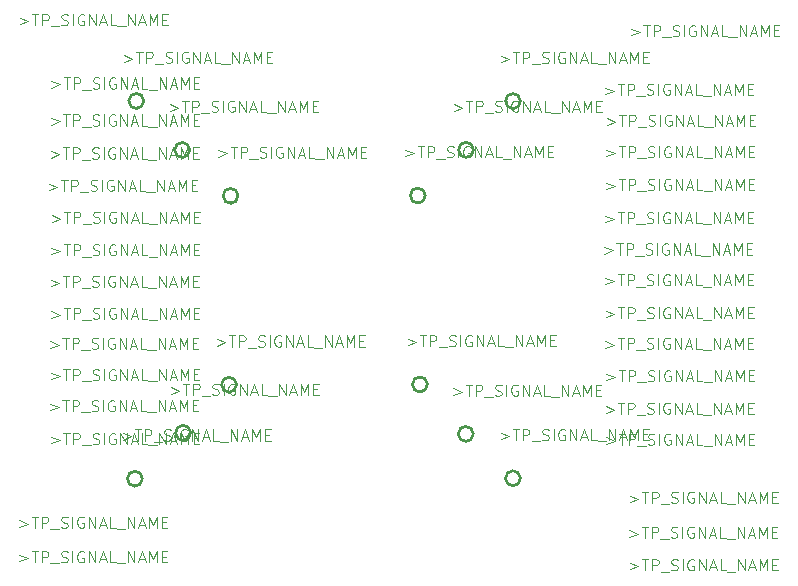
<source format=gbr>
G04 #@! TF.FileFunction,Other,Comment*
%FSLAX46Y46*%
G04 Gerber Fmt 4.6, Leading zero omitted, Abs format (unit mm)*
G04 Created by KiCad (PCBNEW 4.0.6) date 05/08/17 07:31:19*
%MOMM*%
%LPD*%
G01*
G04 APERTURE LIST*
%ADD10C,0.100000*%
%ADD11C,0.254000*%
%ADD12C,0.080000*%
G04 APERTURE END LIST*
D10*
D11*
X192020100Y-113854100D02*
G75*
G03X192020100Y-113854100I-635000J0D01*
G01*
X168011100Y-89819100D02*
G75*
G03X168011100Y-89819100I-635000J0D01*
G01*
X172106100Y-93697100D02*
G75*
G03X172106100Y-93697100I-635000J0D01*
G01*
X188137100Y-109665100D02*
G75*
G03X188137100Y-109665100I-635000J0D01*
G01*
X196015100Y-117611100D02*
G75*
G03X196015100Y-117611100I-635000J0D01*
G01*
X164124100Y-85661100D02*
G75*
G03X164124100Y-85661100I-635000J0D01*
G01*
X187960100Y-93674100D02*
G75*
G03X187960100Y-93674100I-635000J0D01*
G01*
X171975500Y-109691500D02*
G75*
G03X171975500Y-109691500I-635000J0D01*
G01*
X168088500Y-113766300D02*
G75*
G03X168088500Y-113766300I-635000J0D01*
G01*
X192044300Y-89803300D02*
G75*
G03X192044300Y-89803300I-635000J0D01*
G01*
X164002300Y-117645900D02*
G75*
G03X164002300Y-117645900I-635000J0D01*
G01*
X196014300Y-85678100D02*
G75*
G03X196014300Y-85678100I-635000J0D01*
G01*
D12*
X203283890Y-114144729D02*
X204007700Y-114416157D01*
X203283890Y-114687586D01*
X204324366Y-113828062D02*
X204867223Y-113828062D01*
X204595795Y-114778062D02*
X204595795Y-113828062D01*
X205183890Y-114778062D02*
X205183890Y-113828062D01*
X205545795Y-113828062D01*
X205636271Y-113873300D01*
X205681510Y-113918538D01*
X205726748Y-114009014D01*
X205726748Y-114144729D01*
X205681510Y-114235205D01*
X205636271Y-114280443D01*
X205545795Y-114325681D01*
X205183890Y-114325681D01*
X205907700Y-114868538D02*
X206631510Y-114868538D01*
X206812462Y-114732824D02*
X206948177Y-114778062D01*
X207174367Y-114778062D01*
X207264843Y-114732824D01*
X207310081Y-114687586D01*
X207355320Y-114597110D01*
X207355320Y-114506633D01*
X207310081Y-114416157D01*
X207264843Y-114370919D01*
X207174367Y-114325681D01*
X206993415Y-114280443D01*
X206902939Y-114235205D01*
X206857700Y-114189967D01*
X206812462Y-114099490D01*
X206812462Y-114009014D01*
X206857700Y-113918538D01*
X206902939Y-113873300D01*
X206993415Y-113828062D01*
X207219605Y-113828062D01*
X207355320Y-113873300D01*
X207762462Y-114778062D02*
X207762462Y-113828062D01*
X208712463Y-113873300D02*
X208621986Y-113828062D01*
X208486272Y-113828062D01*
X208350558Y-113873300D01*
X208260082Y-113963776D01*
X208214843Y-114054252D01*
X208169605Y-114235205D01*
X208169605Y-114370919D01*
X208214843Y-114551871D01*
X208260082Y-114642348D01*
X208350558Y-114732824D01*
X208486272Y-114778062D01*
X208576748Y-114778062D01*
X208712463Y-114732824D01*
X208757701Y-114687586D01*
X208757701Y-114370919D01*
X208576748Y-114370919D01*
X209164843Y-114778062D02*
X209164843Y-113828062D01*
X209707701Y-114778062D01*
X209707701Y-113828062D01*
X210114843Y-114506633D02*
X210567224Y-114506633D01*
X210024367Y-114778062D02*
X210341034Y-113828062D01*
X210657701Y-114778062D01*
X211426748Y-114778062D02*
X210974367Y-114778062D01*
X210974367Y-113828062D01*
X211517225Y-114868538D02*
X212241035Y-114868538D01*
X212467225Y-114778062D02*
X212467225Y-113828062D01*
X213010083Y-114778062D01*
X213010083Y-113828062D01*
X213417225Y-114506633D02*
X213869606Y-114506633D01*
X213326749Y-114778062D02*
X213643416Y-113828062D01*
X213960083Y-114778062D01*
X214276749Y-114778062D02*
X214276749Y-113828062D01*
X214593416Y-114506633D01*
X214910083Y-113828062D01*
X214910083Y-114778062D01*
X215362463Y-114280443D02*
X215679130Y-114280443D01*
X215814844Y-114778062D02*
X215362463Y-114778062D01*
X215362463Y-113828062D01*
X215814844Y-113828062D01*
X205239690Y-122018729D02*
X205963500Y-122290157D01*
X205239690Y-122561586D01*
X206280166Y-121702062D02*
X206823023Y-121702062D01*
X206551595Y-122652062D02*
X206551595Y-121702062D01*
X207139690Y-122652062D02*
X207139690Y-121702062D01*
X207501595Y-121702062D01*
X207592071Y-121747300D01*
X207637310Y-121792538D01*
X207682548Y-121883014D01*
X207682548Y-122018729D01*
X207637310Y-122109205D01*
X207592071Y-122154443D01*
X207501595Y-122199681D01*
X207139690Y-122199681D01*
X207863500Y-122742538D02*
X208587310Y-122742538D01*
X208768262Y-122606824D02*
X208903977Y-122652062D01*
X209130167Y-122652062D01*
X209220643Y-122606824D01*
X209265881Y-122561586D01*
X209311120Y-122471110D01*
X209311120Y-122380633D01*
X209265881Y-122290157D01*
X209220643Y-122244919D01*
X209130167Y-122199681D01*
X208949215Y-122154443D01*
X208858739Y-122109205D01*
X208813500Y-122063967D01*
X208768262Y-121973490D01*
X208768262Y-121883014D01*
X208813500Y-121792538D01*
X208858739Y-121747300D01*
X208949215Y-121702062D01*
X209175405Y-121702062D01*
X209311120Y-121747300D01*
X209718262Y-122652062D02*
X209718262Y-121702062D01*
X210668263Y-121747300D02*
X210577786Y-121702062D01*
X210442072Y-121702062D01*
X210306358Y-121747300D01*
X210215882Y-121837776D01*
X210170643Y-121928252D01*
X210125405Y-122109205D01*
X210125405Y-122244919D01*
X210170643Y-122425871D01*
X210215882Y-122516348D01*
X210306358Y-122606824D01*
X210442072Y-122652062D01*
X210532548Y-122652062D01*
X210668263Y-122606824D01*
X210713501Y-122561586D01*
X210713501Y-122244919D01*
X210532548Y-122244919D01*
X211120643Y-122652062D02*
X211120643Y-121702062D01*
X211663501Y-122652062D01*
X211663501Y-121702062D01*
X212070643Y-122380633D02*
X212523024Y-122380633D01*
X211980167Y-122652062D02*
X212296834Y-121702062D01*
X212613501Y-122652062D01*
X213382548Y-122652062D02*
X212930167Y-122652062D01*
X212930167Y-121702062D01*
X213473025Y-122742538D02*
X214196835Y-122742538D01*
X214423025Y-122652062D02*
X214423025Y-121702062D01*
X214965883Y-122652062D01*
X214965883Y-121702062D01*
X215373025Y-122380633D02*
X215825406Y-122380633D01*
X215282549Y-122652062D02*
X215599216Y-121702062D01*
X215915883Y-122652062D01*
X216232549Y-122652062D02*
X216232549Y-121702062D01*
X216549216Y-122380633D01*
X216865883Y-121702062D01*
X216865883Y-122652062D01*
X217318263Y-122154443D02*
X217634930Y-122154443D01*
X217770644Y-122652062D02*
X217318263Y-122652062D01*
X217318263Y-121702062D01*
X217770644Y-121702062D01*
X156268490Y-114093929D02*
X156992300Y-114365357D01*
X156268490Y-114636786D01*
X157308966Y-113777262D02*
X157851823Y-113777262D01*
X157580395Y-114727262D02*
X157580395Y-113777262D01*
X158168490Y-114727262D02*
X158168490Y-113777262D01*
X158530395Y-113777262D01*
X158620871Y-113822500D01*
X158666110Y-113867738D01*
X158711348Y-113958214D01*
X158711348Y-114093929D01*
X158666110Y-114184405D01*
X158620871Y-114229643D01*
X158530395Y-114274881D01*
X158168490Y-114274881D01*
X158892300Y-114817738D02*
X159616110Y-114817738D01*
X159797062Y-114682024D02*
X159932777Y-114727262D01*
X160158967Y-114727262D01*
X160249443Y-114682024D01*
X160294681Y-114636786D01*
X160339920Y-114546310D01*
X160339920Y-114455833D01*
X160294681Y-114365357D01*
X160249443Y-114320119D01*
X160158967Y-114274881D01*
X159978015Y-114229643D01*
X159887539Y-114184405D01*
X159842300Y-114139167D01*
X159797062Y-114048690D01*
X159797062Y-113958214D01*
X159842300Y-113867738D01*
X159887539Y-113822500D01*
X159978015Y-113777262D01*
X160204205Y-113777262D01*
X160339920Y-113822500D01*
X160747062Y-114727262D02*
X160747062Y-113777262D01*
X161697063Y-113822500D02*
X161606586Y-113777262D01*
X161470872Y-113777262D01*
X161335158Y-113822500D01*
X161244682Y-113912976D01*
X161199443Y-114003452D01*
X161154205Y-114184405D01*
X161154205Y-114320119D01*
X161199443Y-114501071D01*
X161244682Y-114591548D01*
X161335158Y-114682024D01*
X161470872Y-114727262D01*
X161561348Y-114727262D01*
X161697063Y-114682024D01*
X161742301Y-114636786D01*
X161742301Y-114320119D01*
X161561348Y-114320119D01*
X162149443Y-114727262D02*
X162149443Y-113777262D01*
X162692301Y-114727262D01*
X162692301Y-113777262D01*
X163099443Y-114455833D02*
X163551824Y-114455833D01*
X163008967Y-114727262D02*
X163325634Y-113777262D01*
X163642301Y-114727262D01*
X164411348Y-114727262D02*
X163958967Y-114727262D01*
X163958967Y-113777262D01*
X164501825Y-114817738D02*
X165225635Y-114817738D01*
X165451825Y-114727262D02*
X165451825Y-113777262D01*
X165994683Y-114727262D01*
X165994683Y-113777262D01*
X166401825Y-114455833D02*
X166854206Y-114455833D01*
X166311349Y-114727262D02*
X166628016Y-113777262D01*
X166944683Y-114727262D01*
X167261349Y-114727262D02*
X167261349Y-113777262D01*
X167578016Y-114455833D01*
X167894683Y-113777262D01*
X167894683Y-114727262D01*
X168347063Y-114229643D02*
X168663730Y-114229643D01*
X168799444Y-114727262D02*
X168347063Y-114727262D01*
X168347063Y-113777262D01*
X168799444Y-113777262D01*
X153601490Y-124101529D02*
X154325300Y-124372957D01*
X153601490Y-124644386D01*
X154641966Y-123784862D02*
X155184823Y-123784862D01*
X154913395Y-124734862D02*
X154913395Y-123784862D01*
X155501490Y-124734862D02*
X155501490Y-123784862D01*
X155863395Y-123784862D01*
X155953871Y-123830100D01*
X155999110Y-123875338D01*
X156044348Y-123965814D01*
X156044348Y-124101529D01*
X155999110Y-124192005D01*
X155953871Y-124237243D01*
X155863395Y-124282481D01*
X155501490Y-124282481D01*
X156225300Y-124825338D02*
X156949110Y-124825338D01*
X157130062Y-124689624D02*
X157265777Y-124734862D01*
X157491967Y-124734862D01*
X157582443Y-124689624D01*
X157627681Y-124644386D01*
X157672920Y-124553910D01*
X157672920Y-124463433D01*
X157627681Y-124372957D01*
X157582443Y-124327719D01*
X157491967Y-124282481D01*
X157311015Y-124237243D01*
X157220539Y-124192005D01*
X157175300Y-124146767D01*
X157130062Y-124056290D01*
X157130062Y-123965814D01*
X157175300Y-123875338D01*
X157220539Y-123830100D01*
X157311015Y-123784862D01*
X157537205Y-123784862D01*
X157672920Y-123830100D01*
X158080062Y-124734862D02*
X158080062Y-123784862D01*
X159030063Y-123830100D02*
X158939586Y-123784862D01*
X158803872Y-123784862D01*
X158668158Y-123830100D01*
X158577682Y-123920576D01*
X158532443Y-124011052D01*
X158487205Y-124192005D01*
X158487205Y-124327719D01*
X158532443Y-124508671D01*
X158577682Y-124599148D01*
X158668158Y-124689624D01*
X158803872Y-124734862D01*
X158894348Y-124734862D01*
X159030063Y-124689624D01*
X159075301Y-124644386D01*
X159075301Y-124327719D01*
X158894348Y-124327719D01*
X159482443Y-124734862D02*
X159482443Y-123784862D01*
X160025301Y-124734862D01*
X160025301Y-123784862D01*
X160432443Y-124463433D02*
X160884824Y-124463433D01*
X160341967Y-124734862D02*
X160658634Y-123784862D01*
X160975301Y-124734862D01*
X161744348Y-124734862D02*
X161291967Y-124734862D01*
X161291967Y-123784862D01*
X161834825Y-124825338D02*
X162558635Y-124825338D01*
X162784825Y-124734862D02*
X162784825Y-123784862D01*
X163327683Y-124734862D01*
X163327683Y-123784862D01*
X163734825Y-124463433D02*
X164187206Y-124463433D01*
X163644349Y-124734862D02*
X163961016Y-123784862D01*
X164277683Y-124734862D01*
X164594349Y-124734862D02*
X164594349Y-123784862D01*
X164911016Y-124463433D01*
X165227683Y-123784862D01*
X165227683Y-124734862D01*
X165680063Y-124237243D02*
X165996730Y-124237243D01*
X166132444Y-124734862D02*
X165680063Y-124734862D01*
X165680063Y-123784862D01*
X166132444Y-123784862D01*
X203207690Y-100657329D02*
X203931500Y-100928757D01*
X203207690Y-101200186D01*
X204248166Y-100340662D02*
X204791023Y-100340662D01*
X204519595Y-101290662D02*
X204519595Y-100340662D01*
X205107690Y-101290662D02*
X205107690Y-100340662D01*
X205469595Y-100340662D01*
X205560071Y-100385900D01*
X205605310Y-100431138D01*
X205650548Y-100521614D01*
X205650548Y-100657329D01*
X205605310Y-100747805D01*
X205560071Y-100793043D01*
X205469595Y-100838281D01*
X205107690Y-100838281D01*
X205831500Y-101381138D02*
X206555310Y-101381138D01*
X206736262Y-101245424D02*
X206871977Y-101290662D01*
X207098167Y-101290662D01*
X207188643Y-101245424D01*
X207233881Y-101200186D01*
X207279120Y-101109710D01*
X207279120Y-101019233D01*
X207233881Y-100928757D01*
X207188643Y-100883519D01*
X207098167Y-100838281D01*
X206917215Y-100793043D01*
X206826739Y-100747805D01*
X206781500Y-100702567D01*
X206736262Y-100612090D01*
X206736262Y-100521614D01*
X206781500Y-100431138D01*
X206826739Y-100385900D01*
X206917215Y-100340662D01*
X207143405Y-100340662D01*
X207279120Y-100385900D01*
X207686262Y-101290662D02*
X207686262Y-100340662D01*
X208636263Y-100385900D02*
X208545786Y-100340662D01*
X208410072Y-100340662D01*
X208274358Y-100385900D01*
X208183882Y-100476376D01*
X208138643Y-100566852D01*
X208093405Y-100747805D01*
X208093405Y-100883519D01*
X208138643Y-101064471D01*
X208183882Y-101154948D01*
X208274358Y-101245424D01*
X208410072Y-101290662D01*
X208500548Y-101290662D01*
X208636263Y-101245424D01*
X208681501Y-101200186D01*
X208681501Y-100883519D01*
X208500548Y-100883519D01*
X209088643Y-101290662D02*
X209088643Y-100340662D01*
X209631501Y-101290662D01*
X209631501Y-100340662D01*
X210038643Y-101019233D02*
X210491024Y-101019233D01*
X209948167Y-101290662D02*
X210264834Y-100340662D01*
X210581501Y-101290662D01*
X211350548Y-101290662D02*
X210898167Y-101290662D01*
X210898167Y-100340662D01*
X211441025Y-101381138D02*
X212164835Y-101381138D01*
X212391025Y-101290662D02*
X212391025Y-100340662D01*
X212933883Y-101290662D01*
X212933883Y-100340662D01*
X213341025Y-101019233D02*
X213793406Y-101019233D01*
X213250549Y-101290662D02*
X213567216Y-100340662D01*
X213883883Y-101290662D01*
X214200549Y-101290662D02*
X214200549Y-100340662D01*
X214517216Y-101019233D01*
X214833883Y-100340662D01*
X214833883Y-101290662D01*
X215286263Y-100793043D02*
X215602930Y-100793043D01*
X215738644Y-101290662D02*
X215286263Y-101290662D01*
X215286263Y-100340662D01*
X215738644Y-100340662D01*
X203106090Y-98041129D02*
X203829900Y-98312557D01*
X203106090Y-98583986D01*
X204146566Y-97724462D02*
X204689423Y-97724462D01*
X204417995Y-98674462D02*
X204417995Y-97724462D01*
X205006090Y-98674462D02*
X205006090Y-97724462D01*
X205367995Y-97724462D01*
X205458471Y-97769700D01*
X205503710Y-97814938D01*
X205548948Y-97905414D01*
X205548948Y-98041129D01*
X205503710Y-98131605D01*
X205458471Y-98176843D01*
X205367995Y-98222081D01*
X205006090Y-98222081D01*
X205729900Y-98764938D02*
X206453710Y-98764938D01*
X206634662Y-98629224D02*
X206770377Y-98674462D01*
X206996567Y-98674462D01*
X207087043Y-98629224D01*
X207132281Y-98583986D01*
X207177520Y-98493510D01*
X207177520Y-98403033D01*
X207132281Y-98312557D01*
X207087043Y-98267319D01*
X206996567Y-98222081D01*
X206815615Y-98176843D01*
X206725139Y-98131605D01*
X206679900Y-98086367D01*
X206634662Y-97995890D01*
X206634662Y-97905414D01*
X206679900Y-97814938D01*
X206725139Y-97769700D01*
X206815615Y-97724462D01*
X207041805Y-97724462D01*
X207177520Y-97769700D01*
X207584662Y-98674462D02*
X207584662Y-97724462D01*
X208534663Y-97769700D02*
X208444186Y-97724462D01*
X208308472Y-97724462D01*
X208172758Y-97769700D01*
X208082282Y-97860176D01*
X208037043Y-97950652D01*
X207991805Y-98131605D01*
X207991805Y-98267319D01*
X208037043Y-98448271D01*
X208082282Y-98538748D01*
X208172758Y-98629224D01*
X208308472Y-98674462D01*
X208398948Y-98674462D01*
X208534663Y-98629224D01*
X208579901Y-98583986D01*
X208579901Y-98267319D01*
X208398948Y-98267319D01*
X208987043Y-98674462D02*
X208987043Y-97724462D01*
X209529901Y-98674462D01*
X209529901Y-97724462D01*
X209937043Y-98403033D02*
X210389424Y-98403033D01*
X209846567Y-98674462D02*
X210163234Y-97724462D01*
X210479901Y-98674462D01*
X211248948Y-98674462D02*
X210796567Y-98674462D01*
X210796567Y-97724462D01*
X211339425Y-98764938D02*
X212063235Y-98764938D01*
X212289425Y-98674462D02*
X212289425Y-97724462D01*
X212832283Y-98674462D01*
X212832283Y-97724462D01*
X213239425Y-98403033D02*
X213691806Y-98403033D01*
X213148949Y-98674462D02*
X213465616Y-97724462D01*
X213782283Y-98674462D01*
X214098949Y-98674462D02*
X214098949Y-97724462D01*
X214415616Y-98403033D01*
X214732283Y-97724462D01*
X214732283Y-98674462D01*
X215184663Y-98176843D02*
X215501330Y-98176843D01*
X215637044Y-98674462D02*
X215184663Y-98674462D01*
X215184663Y-97724462D01*
X215637044Y-97724462D01*
X156293890Y-98117329D02*
X157017700Y-98388757D01*
X156293890Y-98660186D01*
X157334366Y-97800662D02*
X157877223Y-97800662D01*
X157605795Y-98750662D02*
X157605795Y-97800662D01*
X158193890Y-98750662D02*
X158193890Y-97800662D01*
X158555795Y-97800662D01*
X158646271Y-97845900D01*
X158691510Y-97891138D01*
X158736748Y-97981614D01*
X158736748Y-98117329D01*
X158691510Y-98207805D01*
X158646271Y-98253043D01*
X158555795Y-98298281D01*
X158193890Y-98298281D01*
X158917700Y-98841138D02*
X159641510Y-98841138D01*
X159822462Y-98705424D02*
X159958177Y-98750662D01*
X160184367Y-98750662D01*
X160274843Y-98705424D01*
X160320081Y-98660186D01*
X160365320Y-98569710D01*
X160365320Y-98479233D01*
X160320081Y-98388757D01*
X160274843Y-98343519D01*
X160184367Y-98298281D01*
X160003415Y-98253043D01*
X159912939Y-98207805D01*
X159867700Y-98162567D01*
X159822462Y-98072090D01*
X159822462Y-97981614D01*
X159867700Y-97891138D01*
X159912939Y-97845900D01*
X160003415Y-97800662D01*
X160229605Y-97800662D01*
X160365320Y-97845900D01*
X160772462Y-98750662D02*
X160772462Y-97800662D01*
X161722463Y-97845900D02*
X161631986Y-97800662D01*
X161496272Y-97800662D01*
X161360558Y-97845900D01*
X161270082Y-97936376D01*
X161224843Y-98026852D01*
X161179605Y-98207805D01*
X161179605Y-98343519D01*
X161224843Y-98524471D01*
X161270082Y-98614948D01*
X161360558Y-98705424D01*
X161496272Y-98750662D01*
X161586748Y-98750662D01*
X161722463Y-98705424D01*
X161767701Y-98660186D01*
X161767701Y-98343519D01*
X161586748Y-98343519D01*
X162174843Y-98750662D02*
X162174843Y-97800662D01*
X162717701Y-98750662D01*
X162717701Y-97800662D01*
X163124843Y-98479233D02*
X163577224Y-98479233D01*
X163034367Y-98750662D02*
X163351034Y-97800662D01*
X163667701Y-98750662D01*
X164436748Y-98750662D02*
X163984367Y-98750662D01*
X163984367Y-97800662D01*
X164527225Y-98841138D02*
X165251035Y-98841138D01*
X165477225Y-98750662D02*
X165477225Y-97800662D01*
X166020083Y-98750662D01*
X166020083Y-97800662D01*
X166427225Y-98479233D02*
X166879606Y-98479233D01*
X166336749Y-98750662D02*
X166653416Y-97800662D01*
X166970083Y-98750662D01*
X167286749Y-98750662D02*
X167286749Y-97800662D01*
X167603416Y-98479233D01*
X167920083Y-97800662D01*
X167920083Y-98750662D01*
X168372463Y-98253043D02*
X168689130Y-98253043D01*
X168824844Y-98750662D02*
X168372463Y-98750662D01*
X168372463Y-97800662D01*
X168824844Y-97800662D01*
X203207690Y-95399529D02*
X203931500Y-95670957D01*
X203207690Y-95942386D01*
X204248166Y-95082862D02*
X204791023Y-95082862D01*
X204519595Y-96032862D02*
X204519595Y-95082862D01*
X205107690Y-96032862D02*
X205107690Y-95082862D01*
X205469595Y-95082862D01*
X205560071Y-95128100D01*
X205605310Y-95173338D01*
X205650548Y-95263814D01*
X205650548Y-95399529D01*
X205605310Y-95490005D01*
X205560071Y-95535243D01*
X205469595Y-95580481D01*
X205107690Y-95580481D01*
X205831500Y-96123338D02*
X206555310Y-96123338D01*
X206736262Y-95987624D02*
X206871977Y-96032862D01*
X207098167Y-96032862D01*
X207188643Y-95987624D01*
X207233881Y-95942386D01*
X207279120Y-95851910D01*
X207279120Y-95761433D01*
X207233881Y-95670957D01*
X207188643Y-95625719D01*
X207098167Y-95580481D01*
X206917215Y-95535243D01*
X206826739Y-95490005D01*
X206781500Y-95444767D01*
X206736262Y-95354290D01*
X206736262Y-95263814D01*
X206781500Y-95173338D01*
X206826739Y-95128100D01*
X206917215Y-95082862D01*
X207143405Y-95082862D01*
X207279120Y-95128100D01*
X207686262Y-96032862D02*
X207686262Y-95082862D01*
X208636263Y-95128100D02*
X208545786Y-95082862D01*
X208410072Y-95082862D01*
X208274358Y-95128100D01*
X208183882Y-95218576D01*
X208138643Y-95309052D01*
X208093405Y-95490005D01*
X208093405Y-95625719D01*
X208138643Y-95806671D01*
X208183882Y-95897148D01*
X208274358Y-95987624D01*
X208410072Y-96032862D01*
X208500548Y-96032862D01*
X208636263Y-95987624D01*
X208681501Y-95942386D01*
X208681501Y-95625719D01*
X208500548Y-95625719D01*
X209088643Y-96032862D02*
X209088643Y-95082862D01*
X209631501Y-96032862D01*
X209631501Y-95082862D01*
X210038643Y-95761433D02*
X210491024Y-95761433D01*
X209948167Y-96032862D02*
X210264834Y-95082862D01*
X210581501Y-96032862D01*
X211350548Y-96032862D02*
X210898167Y-96032862D01*
X210898167Y-95082862D01*
X211441025Y-96123338D02*
X212164835Y-96123338D01*
X212391025Y-96032862D02*
X212391025Y-95082862D01*
X212933883Y-96032862D01*
X212933883Y-95082862D01*
X213341025Y-95761433D02*
X213793406Y-95761433D01*
X213250549Y-96032862D02*
X213567216Y-95082862D01*
X213883883Y-96032862D01*
X214200549Y-96032862D02*
X214200549Y-95082862D01*
X214517216Y-95761433D01*
X214833883Y-95082862D01*
X214833883Y-96032862D01*
X215286263Y-95535243D02*
X215602930Y-95535243D01*
X215738644Y-96032862D02*
X215286263Y-96032862D01*
X215286263Y-95082862D01*
X215738644Y-95082862D01*
X156319290Y-95348729D02*
X157043100Y-95620157D01*
X156319290Y-95891586D01*
X157359766Y-95032062D02*
X157902623Y-95032062D01*
X157631195Y-95982062D02*
X157631195Y-95032062D01*
X158219290Y-95982062D02*
X158219290Y-95032062D01*
X158581195Y-95032062D01*
X158671671Y-95077300D01*
X158716910Y-95122538D01*
X158762148Y-95213014D01*
X158762148Y-95348729D01*
X158716910Y-95439205D01*
X158671671Y-95484443D01*
X158581195Y-95529681D01*
X158219290Y-95529681D01*
X158943100Y-96072538D02*
X159666910Y-96072538D01*
X159847862Y-95936824D02*
X159983577Y-95982062D01*
X160209767Y-95982062D01*
X160300243Y-95936824D01*
X160345481Y-95891586D01*
X160390720Y-95801110D01*
X160390720Y-95710633D01*
X160345481Y-95620157D01*
X160300243Y-95574919D01*
X160209767Y-95529681D01*
X160028815Y-95484443D01*
X159938339Y-95439205D01*
X159893100Y-95393967D01*
X159847862Y-95303490D01*
X159847862Y-95213014D01*
X159893100Y-95122538D01*
X159938339Y-95077300D01*
X160028815Y-95032062D01*
X160255005Y-95032062D01*
X160390720Y-95077300D01*
X160797862Y-95982062D02*
X160797862Y-95032062D01*
X161747863Y-95077300D02*
X161657386Y-95032062D01*
X161521672Y-95032062D01*
X161385958Y-95077300D01*
X161295482Y-95167776D01*
X161250243Y-95258252D01*
X161205005Y-95439205D01*
X161205005Y-95574919D01*
X161250243Y-95755871D01*
X161295482Y-95846348D01*
X161385958Y-95936824D01*
X161521672Y-95982062D01*
X161612148Y-95982062D01*
X161747863Y-95936824D01*
X161793101Y-95891586D01*
X161793101Y-95574919D01*
X161612148Y-95574919D01*
X162200243Y-95982062D02*
X162200243Y-95032062D01*
X162743101Y-95982062D01*
X162743101Y-95032062D01*
X163150243Y-95710633D02*
X163602624Y-95710633D01*
X163059767Y-95982062D02*
X163376434Y-95032062D01*
X163693101Y-95982062D01*
X164462148Y-95982062D02*
X164009767Y-95982062D01*
X164009767Y-95032062D01*
X164552625Y-96072538D02*
X165276435Y-96072538D01*
X165502625Y-95982062D02*
X165502625Y-95032062D01*
X166045483Y-95982062D01*
X166045483Y-95032062D01*
X166452625Y-95710633D02*
X166905006Y-95710633D01*
X166362149Y-95982062D02*
X166678816Y-95032062D01*
X166995483Y-95982062D01*
X167312149Y-95982062D02*
X167312149Y-95032062D01*
X167628816Y-95710633D01*
X167945483Y-95032062D01*
X167945483Y-95982062D01*
X168397863Y-95484443D02*
X168714530Y-95484443D01*
X168850244Y-95982062D02*
X168397863Y-95982062D01*
X168397863Y-95032062D01*
X168850244Y-95032062D01*
X203233090Y-111528529D02*
X203956900Y-111799957D01*
X203233090Y-112071386D01*
X204273566Y-111211862D02*
X204816423Y-111211862D01*
X204544995Y-112161862D02*
X204544995Y-111211862D01*
X205133090Y-112161862D02*
X205133090Y-111211862D01*
X205494995Y-111211862D01*
X205585471Y-111257100D01*
X205630710Y-111302338D01*
X205675948Y-111392814D01*
X205675948Y-111528529D01*
X205630710Y-111619005D01*
X205585471Y-111664243D01*
X205494995Y-111709481D01*
X205133090Y-111709481D01*
X205856900Y-112252338D02*
X206580710Y-112252338D01*
X206761662Y-112116624D02*
X206897377Y-112161862D01*
X207123567Y-112161862D01*
X207214043Y-112116624D01*
X207259281Y-112071386D01*
X207304520Y-111980910D01*
X207304520Y-111890433D01*
X207259281Y-111799957D01*
X207214043Y-111754719D01*
X207123567Y-111709481D01*
X206942615Y-111664243D01*
X206852139Y-111619005D01*
X206806900Y-111573767D01*
X206761662Y-111483290D01*
X206761662Y-111392814D01*
X206806900Y-111302338D01*
X206852139Y-111257100D01*
X206942615Y-111211862D01*
X207168805Y-111211862D01*
X207304520Y-111257100D01*
X207711662Y-112161862D02*
X207711662Y-111211862D01*
X208661663Y-111257100D02*
X208571186Y-111211862D01*
X208435472Y-111211862D01*
X208299758Y-111257100D01*
X208209282Y-111347576D01*
X208164043Y-111438052D01*
X208118805Y-111619005D01*
X208118805Y-111754719D01*
X208164043Y-111935671D01*
X208209282Y-112026148D01*
X208299758Y-112116624D01*
X208435472Y-112161862D01*
X208525948Y-112161862D01*
X208661663Y-112116624D01*
X208706901Y-112071386D01*
X208706901Y-111754719D01*
X208525948Y-111754719D01*
X209114043Y-112161862D02*
X209114043Y-111211862D01*
X209656901Y-112161862D01*
X209656901Y-111211862D01*
X210064043Y-111890433D02*
X210516424Y-111890433D01*
X209973567Y-112161862D02*
X210290234Y-111211862D01*
X210606901Y-112161862D01*
X211375948Y-112161862D02*
X210923567Y-112161862D01*
X210923567Y-111211862D01*
X211466425Y-112252338D02*
X212190235Y-112252338D01*
X212416425Y-112161862D02*
X212416425Y-111211862D01*
X212959283Y-112161862D01*
X212959283Y-111211862D01*
X213366425Y-111890433D02*
X213818806Y-111890433D01*
X213275949Y-112161862D02*
X213592616Y-111211862D01*
X213909283Y-112161862D01*
X214225949Y-112161862D02*
X214225949Y-111211862D01*
X214542616Y-111890433D01*
X214859283Y-111211862D01*
X214859283Y-112161862D01*
X215311663Y-111664243D02*
X215628330Y-111664243D01*
X215764044Y-112161862D02*
X215311663Y-112161862D01*
X215311663Y-111211862D01*
X215764044Y-111211862D01*
X203283890Y-89811529D02*
X204007700Y-90082957D01*
X203283890Y-90354386D01*
X204324366Y-89494862D02*
X204867223Y-89494862D01*
X204595795Y-90444862D02*
X204595795Y-89494862D01*
X205183890Y-90444862D02*
X205183890Y-89494862D01*
X205545795Y-89494862D01*
X205636271Y-89540100D01*
X205681510Y-89585338D01*
X205726748Y-89675814D01*
X205726748Y-89811529D01*
X205681510Y-89902005D01*
X205636271Y-89947243D01*
X205545795Y-89992481D01*
X205183890Y-89992481D01*
X205907700Y-90535338D02*
X206631510Y-90535338D01*
X206812462Y-90399624D02*
X206948177Y-90444862D01*
X207174367Y-90444862D01*
X207264843Y-90399624D01*
X207310081Y-90354386D01*
X207355320Y-90263910D01*
X207355320Y-90173433D01*
X207310081Y-90082957D01*
X207264843Y-90037719D01*
X207174367Y-89992481D01*
X206993415Y-89947243D01*
X206902939Y-89902005D01*
X206857700Y-89856767D01*
X206812462Y-89766290D01*
X206812462Y-89675814D01*
X206857700Y-89585338D01*
X206902939Y-89540100D01*
X206993415Y-89494862D01*
X207219605Y-89494862D01*
X207355320Y-89540100D01*
X207762462Y-90444862D02*
X207762462Y-89494862D01*
X208712463Y-89540100D02*
X208621986Y-89494862D01*
X208486272Y-89494862D01*
X208350558Y-89540100D01*
X208260082Y-89630576D01*
X208214843Y-89721052D01*
X208169605Y-89902005D01*
X208169605Y-90037719D01*
X208214843Y-90218671D01*
X208260082Y-90309148D01*
X208350558Y-90399624D01*
X208486272Y-90444862D01*
X208576748Y-90444862D01*
X208712463Y-90399624D01*
X208757701Y-90354386D01*
X208757701Y-90037719D01*
X208576748Y-90037719D01*
X209164843Y-90444862D02*
X209164843Y-89494862D01*
X209707701Y-90444862D01*
X209707701Y-89494862D01*
X210114843Y-90173433D02*
X210567224Y-90173433D01*
X210024367Y-90444862D02*
X210341034Y-89494862D01*
X210657701Y-90444862D01*
X211426748Y-90444862D02*
X210974367Y-90444862D01*
X210974367Y-89494862D01*
X211517225Y-90535338D02*
X212241035Y-90535338D01*
X212467225Y-90444862D02*
X212467225Y-89494862D01*
X213010083Y-90444862D01*
X213010083Y-89494862D01*
X213417225Y-90173433D02*
X213869606Y-90173433D01*
X213326749Y-90444862D02*
X213643416Y-89494862D01*
X213960083Y-90444862D01*
X214276749Y-90444862D02*
X214276749Y-89494862D01*
X214593416Y-90173433D01*
X214910083Y-89494862D01*
X214910083Y-90444862D01*
X215362463Y-89947243D02*
X215679130Y-89947243D01*
X215814844Y-90444862D02*
X215362463Y-90444862D01*
X215362463Y-89494862D01*
X215814844Y-89494862D01*
X156243090Y-89913129D02*
X156966900Y-90184557D01*
X156243090Y-90455986D01*
X157283566Y-89596462D02*
X157826423Y-89596462D01*
X157554995Y-90546462D02*
X157554995Y-89596462D01*
X158143090Y-90546462D02*
X158143090Y-89596462D01*
X158504995Y-89596462D01*
X158595471Y-89641700D01*
X158640710Y-89686938D01*
X158685948Y-89777414D01*
X158685948Y-89913129D01*
X158640710Y-90003605D01*
X158595471Y-90048843D01*
X158504995Y-90094081D01*
X158143090Y-90094081D01*
X158866900Y-90636938D02*
X159590710Y-90636938D01*
X159771662Y-90501224D02*
X159907377Y-90546462D01*
X160133567Y-90546462D01*
X160224043Y-90501224D01*
X160269281Y-90455986D01*
X160314520Y-90365510D01*
X160314520Y-90275033D01*
X160269281Y-90184557D01*
X160224043Y-90139319D01*
X160133567Y-90094081D01*
X159952615Y-90048843D01*
X159862139Y-90003605D01*
X159816900Y-89958367D01*
X159771662Y-89867890D01*
X159771662Y-89777414D01*
X159816900Y-89686938D01*
X159862139Y-89641700D01*
X159952615Y-89596462D01*
X160178805Y-89596462D01*
X160314520Y-89641700D01*
X160721662Y-90546462D02*
X160721662Y-89596462D01*
X161671663Y-89641700D02*
X161581186Y-89596462D01*
X161445472Y-89596462D01*
X161309758Y-89641700D01*
X161219282Y-89732176D01*
X161174043Y-89822652D01*
X161128805Y-90003605D01*
X161128805Y-90139319D01*
X161174043Y-90320271D01*
X161219282Y-90410748D01*
X161309758Y-90501224D01*
X161445472Y-90546462D01*
X161535948Y-90546462D01*
X161671663Y-90501224D01*
X161716901Y-90455986D01*
X161716901Y-90139319D01*
X161535948Y-90139319D01*
X162124043Y-90546462D02*
X162124043Y-89596462D01*
X162666901Y-90546462D01*
X162666901Y-89596462D01*
X163074043Y-90275033D02*
X163526424Y-90275033D01*
X162983567Y-90546462D02*
X163300234Y-89596462D01*
X163616901Y-90546462D01*
X164385948Y-90546462D02*
X163933567Y-90546462D01*
X163933567Y-89596462D01*
X164476425Y-90636938D02*
X165200235Y-90636938D01*
X165426425Y-90546462D02*
X165426425Y-89596462D01*
X165969283Y-90546462D01*
X165969283Y-89596462D01*
X166376425Y-90275033D02*
X166828806Y-90275033D01*
X166285949Y-90546462D02*
X166602616Y-89596462D01*
X166919283Y-90546462D01*
X167235949Y-90546462D02*
X167235949Y-89596462D01*
X167552616Y-90275033D01*
X167869283Y-89596462D01*
X167869283Y-90546462D01*
X168321663Y-90048843D02*
X168638330Y-90048843D01*
X168774044Y-90546462D02*
X168321663Y-90546462D01*
X168321663Y-89596462D01*
X168774044Y-89596462D01*
X203207690Y-106016729D02*
X203931500Y-106288157D01*
X203207690Y-106559586D01*
X204248166Y-105700062D02*
X204791023Y-105700062D01*
X204519595Y-106650062D02*
X204519595Y-105700062D01*
X205107690Y-106650062D02*
X205107690Y-105700062D01*
X205469595Y-105700062D01*
X205560071Y-105745300D01*
X205605310Y-105790538D01*
X205650548Y-105881014D01*
X205650548Y-106016729D01*
X205605310Y-106107205D01*
X205560071Y-106152443D01*
X205469595Y-106197681D01*
X205107690Y-106197681D01*
X205831500Y-106740538D02*
X206555310Y-106740538D01*
X206736262Y-106604824D02*
X206871977Y-106650062D01*
X207098167Y-106650062D01*
X207188643Y-106604824D01*
X207233881Y-106559586D01*
X207279120Y-106469110D01*
X207279120Y-106378633D01*
X207233881Y-106288157D01*
X207188643Y-106242919D01*
X207098167Y-106197681D01*
X206917215Y-106152443D01*
X206826739Y-106107205D01*
X206781500Y-106061967D01*
X206736262Y-105971490D01*
X206736262Y-105881014D01*
X206781500Y-105790538D01*
X206826739Y-105745300D01*
X206917215Y-105700062D01*
X207143405Y-105700062D01*
X207279120Y-105745300D01*
X207686262Y-106650062D02*
X207686262Y-105700062D01*
X208636263Y-105745300D02*
X208545786Y-105700062D01*
X208410072Y-105700062D01*
X208274358Y-105745300D01*
X208183882Y-105835776D01*
X208138643Y-105926252D01*
X208093405Y-106107205D01*
X208093405Y-106242919D01*
X208138643Y-106423871D01*
X208183882Y-106514348D01*
X208274358Y-106604824D01*
X208410072Y-106650062D01*
X208500548Y-106650062D01*
X208636263Y-106604824D01*
X208681501Y-106559586D01*
X208681501Y-106242919D01*
X208500548Y-106242919D01*
X209088643Y-106650062D02*
X209088643Y-105700062D01*
X209631501Y-106650062D01*
X209631501Y-105700062D01*
X210038643Y-106378633D02*
X210491024Y-106378633D01*
X209948167Y-106650062D02*
X210264834Y-105700062D01*
X210581501Y-106650062D01*
X211350548Y-106650062D02*
X210898167Y-106650062D01*
X210898167Y-105700062D01*
X211441025Y-106740538D02*
X212164835Y-106740538D01*
X212391025Y-106650062D02*
X212391025Y-105700062D01*
X212933883Y-106650062D01*
X212933883Y-105700062D01*
X213341025Y-106378633D02*
X213793406Y-106378633D01*
X213250549Y-106650062D02*
X213567216Y-105700062D01*
X213883883Y-106650062D01*
X214200549Y-106650062D02*
X214200549Y-105700062D01*
X214517216Y-106378633D01*
X214833883Y-105700062D01*
X214833883Y-106650062D01*
X215286263Y-106152443D02*
X215602930Y-106152443D01*
X215738644Y-106650062D02*
X215286263Y-106650062D01*
X215286263Y-105700062D01*
X215738644Y-105700062D01*
X156192290Y-106016729D02*
X156916100Y-106288157D01*
X156192290Y-106559586D01*
X157232766Y-105700062D02*
X157775623Y-105700062D01*
X157504195Y-106650062D02*
X157504195Y-105700062D01*
X158092290Y-106650062D02*
X158092290Y-105700062D01*
X158454195Y-105700062D01*
X158544671Y-105745300D01*
X158589910Y-105790538D01*
X158635148Y-105881014D01*
X158635148Y-106016729D01*
X158589910Y-106107205D01*
X158544671Y-106152443D01*
X158454195Y-106197681D01*
X158092290Y-106197681D01*
X158816100Y-106740538D02*
X159539910Y-106740538D01*
X159720862Y-106604824D02*
X159856577Y-106650062D01*
X160082767Y-106650062D01*
X160173243Y-106604824D01*
X160218481Y-106559586D01*
X160263720Y-106469110D01*
X160263720Y-106378633D01*
X160218481Y-106288157D01*
X160173243Y-106242919D01*
X160082767Y-106197681D01*
X159901815Y-106152443D01*
X159811339Y-106107205D01*
X159766100Y-106061967D01*
X159720862Y-105971490D01*
X159720862Y-105881014D01*
X159766100Y-105790538D01*
X159811339Y-105745300D01*
X159901815Y-105700062D01*
X160128005Y-105700062D01*
X160263720Y-105745300D01*
X160670862Y-106650062D02*
X160670862Y-105700062D01*
X161620863Y-105745300D02*
X161530386Y-105700062D01*
X161394672Y-105700062D01*
X161258958Y-105745300D01*
X161168482Y-105835776D01*
X161123243Y-105926252D01*
X161078005Y-106107205D01*
X161078005Y-106242919D01*
X161123243Y-106423871D01*
X161168482Y-106514348D01*
X161258958Y-106604824D01*
X161394672Y-106650062D01*
X161485148Y-106650062D01*
X161620863Y-106604824D01*
X161666101Y-106559586D01*
X161666101Y-106242919D01*
X161485148Y-106242919D01*
X162073243Y-106650062D02*
X162073243Y-105700062D01*
X162616101Y-106650062D01*
X162616101Y-105700062D01*
X163023243Y-106378633D02*
X163475624Y-106378633D01*
X162932767Y-106650062D02*
X163249434Y-105700062D01*
X163566101Y-106650062D01*
X164335148Y-106650062D02*
X163882767Y-106650062D01*
X163882767Y-105700062D01*
X164425625Y-106740538D02*
X165149435Y-106740538D01*
X165375625Y-106650062D02*
X165375625Y-105700062D01*
X165918483Y-106650062D01*
X165918483Y-105700062D01*
X166325625Y-106378633D02*
X166778006Y-106378633D01*
X166235149Y-106650062D02*
X166551816Y-105700062D01*
X166868483Y-106650062D01*
X167185149Y-106650062D02*
X167185149Y-105700062D01*
X167501816Y-106378633D01*
X167818483Y-105700062D01*
X167818483Y-106650062D01*
X168270863Y-106152443D02*
X168587530Y-106152443D01*
X168723244Y-106650062D02*
X168270863Y-106650062D01*
X168270863Y-105700062D01*
X168723244Y-105700062D01*
X190341290Y-110000529D02*
X191065100Y-110271957D01*
X190341290Y-110543386D01*
X191381766Y-109683862D02*
X191924623Y-109683862D01*
X191653195Y-110633862D02*
X191653195Y-109683862D01*
X192241290Y-110633862D02*
X192241290Y-109683862D01*
X192603195Y-109683862D01*
X192693671Y-109729100D01*
X192738910Y-109774338D01*
X192784148Y-109864814D01*
X192784148Y-110000529D01*
X192738910Y-110091005D01*
X192693671Y-110136243D01*
X192603195Y-110181481D01*
X192241290Y-110181481D01*
X192965100Y-110724338D02*
X193688910Y-110724338D01*
X193869862Y-110588624D02*
X194005577Y-110633862D01*
X194231767Y-110633862D01*
X194322243Y-110588624D01*
X194367481Y-110543386D01*
X194412720Y-110452910D01*
X194412720Y-110362433D01*
X194367481Y-110271957D01*
X194322243Y-110226719D01*
X194231767Y-110181481D01*
X194050815Y-110136243D01*
X193960339Y-110091005D01*
X193915100Y-110045767D01*
X193869862Y-109955290D01*
X193869862Y-109864814D01*
X193915100Y-109774338D01*
X193960339Y-109729100D01*
X194050815Y-109683862D01*
X194277005Y-109683862D01*
X194412720Y-109729100D01*
X194819862Y-110633862D02*
X194819862Y-109683862D01*
X195769863Y-109729100D02*
X195679386Y-109683862D01*
X195543672Y-109683862D01*
X195407958Y-109729100D01*
X195317482Y-109819576D01*
X195272243Y-109910052D01*
X195227005Y-110091005D01*
X195227005Y-110226719D01*
X195272243Y-110407671D01*
X195317482Y-110498148D01*
X195407958Y-110588624D01*
X195543672Y-110633862D01*
X195634148Y-110633862D01*
X195769863Y-110588624D01*
X195815101Y-110543386D01*
X195815101Y-110226719D01*
X195634148Y-110226719D01*
X196222243Y-110633862D02*
X196222243Y-109683862D01*
X196765101Y-110633862D01*
X196765101Y-109683862D01*
X197172243Y-110362433D02*
X197624624Y-110362433D01*
X197081767Y-110633862D02*
X197398434Y-109683862D01*
X197715101Y-110633862D01*
X198484148Y-110633862D02*
X198031767Y-110633862D01*
X198031767Y-109683862D01*
X198574625Y-110724338D02*
X199298435Y-110724338D01*
X199524625Y-110633862D02*
X199524625Y-109683862D01*
X200067483Y-110633862D01*
X200067483Y-109683862D01*
X200474625Y-110362433D02*
X200927006Y-110362433D01*
X200384149Y-110633862D02*
X200700816Y-109683862D01*
X201017483Y-110633862D01*
X201334149Y-110633862D02*
X201334149Y-109683862D01*
X201650816Y-110362433D01*
X201967483Y-109683862D01*
X201967483Y-110633862D01*
X202419863Y-110136243D02*
X202736530Y-110136243D01*
X202872244Y-110633862D02*
X202419863Y-110633862D01*
X202419863Y-109683862D01*
X202872244Y-109683862D01*
X166332290Y-85965529D02*
X167056100Y-86236957D01*
X166332290Y-86508386D01*
X167372766Y-85648862D02*
X167915623Y-85648862D01*
X167644195Y-86598862D02*
X167644195Y-85648862D01*
X168232290Y-86598862D02*
X168232290Y-85648862D01*
X168594195Y-85648862D01*
X168684671Y-85694100D01*
X168729910Y-85739338D01*
X168775148Y-85829814D01*
X168775148Y-85965529D01*
X168729910Y-86056005D01*
X168684671Y-86101243D01*
X168594195Y-86146481D01*
X168232290Y-86146481D01*
X168956100Y-86689338D02*
X169679910Y-86689338D01*
X169860862Y-86553624D02*
X169996577Y-86598862D01*
X170222767Y-86598862D01*
X170313243Y-86553624D01*
X170358481Y-86508386D01*
X170403720Y-86417910D01*
X170403720Y-86327433D01*
X170358481Y-86236957D01*
X170313243Y-86191719D01*
X170222767Y-86146481D01*
X170041815Y-86101243D01*
X169951339Y-86056005D01*
X169906100Y-86010767D01*
X169860862Y-85920290D01*
X169860862Y-85829814D01*
X169906100Y-85739338D01*
X169951339Y-85694100D01*
X170041815Y-85648862D01*
X170268005Y-85648862D01*
X170403720Y-85694100D01*
X170810862Y-86598862D02*
X170810862Y-85648862D01*
X171760863Y-85694100D02*
X171670386Y-85648862D01*
X171534672Y-85648862D01*
X171398958Y-85694100D01*
X171308482Y-85784576D01*
X171263243Y-85875052D01*
X171218005Y-86056005D01*
X171218005Y-86191719D01*
X171263243Y-86372671D01*
X171308482Y-86463148D01*
X171398958Y-86553624D01*
X171534672Y-86598862D01*
X171625148Y-86598862D01*
X171760863Y-86553624D01*
X171806101Y-86508386D01*
X171806101Y-86191719D01*
X171625148Y-86191719D01*
X172213243Y-86598862D02*
X172213243Y-85648862D01*
X172756101Y-86598862D01*
X172756101Y-85648862D01*
X173163243Y-86327433D02*
X173615624Y-86327433D01*
X173072767Y-86598862D02*
X173389434Y-85648862D01*
X173706101Y-86598862D01*
X174475148Y-86598862D02*
X174022767Y-86598862D01*
X174022767Y-85648862D01*
X174565625Y-86689338D02*
X175289435Y-86689338D01*
X175515625Y-86598862D02*
X175515625Y-85648862D01*
X176058483Y-86598862D01*
X176058483Y-85648862D01*
X176465625Y-86327433D02*
X176918006Y-86327433D01*
X176375149Y-86598862D02*
X176691816Y-85648862D01*
X177008483Y-86598862D01*
X177325149Y-86598862D02*
X177325149Y-85648862D01*
X177641816Y-86327433D01*
X177958483Y-85648862D01*
X177958483Y-86598862D01*
X178410863Y-86101243D02*
X178727530Y-86101243D01*
X178863244Y-86598862D02*
X178410863Y-86598862D01*
X178410863Y-85648862D01*
X178863244Y-85648862D01*
X205265090Y-119072329D02*
X205988900Y-119343757D01*
X205265090Y-119615186D01*
X206305566Y-118755662D02*
X206848423Y-118755662D01*
X206576995Y-119705662D02*
X206576995Y-118755662D01*
X207165090Y-119705662D02*
X207165090Y-118755662D01*
X207526995Y-118755662D01*
X207617471Y-118800900D01*
X207662710Y-118846138D01*
X207707948Y-118936614D01*
X207707948Y-119072329D01*
X207662710Y-119162805D01*
X207617471Y-119208043D01*
X207526995Y-119253281D01*
X207165090Y-119253281D01*
X207888900Y-119796138D02*
X208612710Y-119796138D01*
X208793662Y-119660424D02*
X208929377Y-119705662D01*
X209155567Y-119705662D01*
X209246043Y-119660424D01*
X209291281Y-119615186D01*
X209336520Y-119524710D01*
X209336520Y-119434233D01*
X209291281Y-119343757D01*
X209246043Y-119298519D01*
X209155567Y-119253281D01*
X208974615Y-119208043D01*
X208884139Y-119162805D01*
X208838900Y-119117567D01*
X208793662Y-119027090D01*
X208793662Y-118936614D01*
X208838900Y-118846138D01*
X208884139Y-118800900D01*
X208974615Y-118755662D01*
X209200805Y-118755662D01*
X209336520Y-118800900D01*
X209743662Y-119705662D02*
X209743662Y-118755662D01*
X210693663Y-118800900D02*
X210603186Y-118755662D01*
X210467472Y-118755662D01*
X210331758Y-118800900D01*
X210241282Y-118891376D01*
X210196043Y-118981852D01*
X210150805Y-119162805D01*
X210150805Y-119298519D01*
X210196043Y-119479471D01*
X210241282Y-119569948D01*
X210331758Y-119660424D01*
X210467472Y-119705662D01*
X210557948Y-119705662D01*
X210693663Y-119660424D01*
X210738901Y-119615186D01*
X210738901Y-119298519D01*
X210557948Y-119298519D01*
X211146043Y-119705662D02*
X211146043Y-118755662D01*
X211688901Y-119705662D01*
X211688901Y-118755662D01*
X212096043Y-119434233D02*
X212548424Y-119434233D01*
X212005567Y-119705662D02*
X212322234Y-118755662D01*
X212638901Y-119705662D01*
X213407948Y-119705662D02*
X212955567Y-119705662D01*
X212955567Y-118755662D01*
X213498425Y-119796138D02*
X214222235Y-119796138D01*
X214448425Y-119705662D02*
X214448425Y-118755662D01*
X214991283Y-119705662D01*
X214991283Y-118755662D01*
X215398425Y-119434233D02*
X215850806Y-119434233D01*
X215307949Y-119705662D02*
X215624616Y-118755662D01*
X215941283Y-119705662D01*
X216257949Y-119705662D02*
X216257949Y-118755662D01*
X216574616Y-119434233D01*
X216891283Y-118755662D01*
X216891283Y-119705662D01*
X217343663Y-119208043D02*
X217660330Y-119208043D01*
X217796044Y-119705662D02*
X217343663Y-119705662D01*
X217343663Y-118755662D01*
X217796044Y-118755662D01*
X170427290Y-89843529D02*
X171151100Y-90114957D01*
X170427290Y-90386386D01*
X171467766Y-89526862D02*
X172010623Y-89526862D01*
X171739195Y-90476862D02*
X171739195Y-89526862D01*
X172327290Y-90476862D02*
X172327290Y-89526862D01*
X172689195Y-89526862D01*
X172779671Y-89572100D01*
X172824910Y-89617338D01*
X172870148Y-89707814D01*
X172870148Y-89843529D01*
X172824910Y-89934005D01*
X172779671Y-89979243D01*
X172689195Y-90024481D01*
X172327290Y-90024481D01*
X173051100Y-90567338D02*
X173774910Y-90567338D01*
X173955862Y-90431624D02*
X174091577Y-90476862D01*
X174317767Y-90476862D01*
X174408243Y-90431624D01*
X174453481Y-90386386D01*
X174498720Y-90295910D01*
X174498720Y-90205433D01*
X174453481Y-90114957D01*
X174408243Y-90069719D01*
X174317767Y-90024481D01*
X174136815Y-89979243D01*
X174046339Y-89934005D01*
X174001100Y-89888767D01*
X173955862Y-89798290D01*
X173955862Y-89707814D01*
X174001100Y-89617338D01*
X174046339Y-89572100D01*
X174136815Y-89526862D01*
X174363005Y-89526862D01*
X174498720Y-89572100D01*
X174905862Y-90476862D02*
X174905862Y-89526862D01*
X175855863Y-89572100D02*
X175765386Y-89526862D01*
X175629672Y-89526862D01*
X175493958Y-89572100D01*
X175403482Y-89662576D01*
X175358243Y-89753052D01*
X175313005Y-89934005D01*
X175313005Y-90069719D01*
X175358243Y-90250671D01*
X175403482Y-90341148D01*
X175493958Y-90431624D01*
X175629672Y-90476862D01*
X175720148Y-90476862D01*
X175855863Y-90431624D01*
X175901101Y-90386386D01*
X175901101Y-90069719D01*
X175720148Y-90069719D01*
X176308243Y-90476862D02*
X176308243Y-89526862D01*
X176851101Y-90476862D01*
X176851101Y-89526862D01*
X177258243Y-90205433D02*
X177710624Y-90205433D01*
X177167767Y-90476862D02*
X177484434Y-89526862D01*
X177801101Y-90476862D01*
X178570148Y-90476862D02*
X178117767Y-90476862D01*
X178117767Y-89526862D01*
X178660625Y-90567338D02*
X179384435Y-90567338D01*
X179610625Y-90476862D02*
X179610625Y-89526862D01*
X180153483Y-90476862D01*
X180153483Y-89526862D01*
X180560625Y-90205433D02*
X181013006Y-90205433D01*
X180470149Y-90476862D02*
X180786816Y-89526862D01*
X181103483Y-90476862D01*
X181420149Y-90476862D02*
X181420149Y-89526862D01*
X181736816Y-90205433D01*
X182053483Y-89526862D01*
X182053483Y-90476862D01*
X182505863Y-89979243D02*
X182822530Y-89979243D01*
X182958244Y-90476862D02*
X182505863Y-90476862D01*
X182505863Y-89526862D01*
X182958244Y-89526862D01*
X186458290Y-105811529D02*
X187182100Y-106082957D01*
X186458290Y-106354386D01*
X187498766Y-105494862D02*
X188041623Y-105494862D01*
X187770195Y-106444862D02*
X187770195Y-105494862D01*
X188358290Y-106444862D02*
X188358290Y-105494862D01*
X188720195Y-105494862D01*
X188810671Y-105540100D01*
X188855910Y-105585338D01*
X188901148Y-105675814D01*
X188901148Y-105811529D01*
X188855910Y-105902005D01*
X188810671Y-105947243D01*
X188720195Y-105992481D01*
X188358290Y-105992481D01*
X189082100Y-106535338D02*
X189805910Y-106535338D01*
X189986862Y-106399624D02*
X190122577Y-106444862D01*
X190348767Y-106444862D01*
X190439243Y-106399624D01*
X190484481Y-106354386D01*
X190529720Y-106263910D01*
X190529720Y-106173433D01*
X190484481Y-106082957D01*
X190439243Y-106037719D01*
X190348767Y-105992481D01*
X190167815Y-105947243D01*
X190077339Y-105902005D01*
X190032100Y-105856767D01*
X189986862Y-105766290D01*
X189986862Y-105675814D01*
X190032100Y-105585338D01*
X190077339Y-105540100D01*
X190167815Y-105494862D01*
X190394005Y-105494862D01*
X190529720Y-105540100D01*
X190936862Y-106444862D02*
X190936862Y-105494862D01*
X191886863Y-105540100D02*
X191796386Y-105494862D01*
X191660672Y-105494862D01*
X191524958Y-105540100D01*
X191434482Y-105630576D01*
X191389243Y-105721052D01*
X191344005Y-105902005D01*
X191344005Y-106037719D01*
X191389243Y-106218671D01*
X191434482Y-106309148D01*
X191524958Y-106399624D01*
X191660672Y-106444862D01*
X191751148Y-106444862D01*
X191886863Y-106399624D01*
X191932101Y-106354386D01*
X191932101Y-106037719D01*
X191751148Y-106037719D01*
X192339243Y-106444862D02*
X192339243Y-105494862D01*
X192882101Y-106444862D01*
X192882101Y-105494862D01*
X193289243Y-106173433D02*
X193741624Y-106173433D01*
X193198767Y-106444862D02*
X193515434Y-105494862D01*
X193832101Y-106444862D01*
X194601148Y-106444862D02*
X194148767Y-106444862D01*
X194148767Y-105494862D01*
X194691625Y-106535338D02*
X195415435Y-106535338D01*
X195641625Y-106444862D02*
X195641625Y-105494862D01*
X196184483Y-106444862D01*
X196184483Y-105494862D01*
X196591625Y-106173433D02*
X197044006Y-106173433D01*
X196501149Y-106444862D02*
X196817816Y-105494862D01*
X197134483Y-106444862D01*
X197451149Y-106444862D02*
X197451149Y-105494862D01*
X197767816Y-106173433D01*
X198084483Y-105494862D01*
X198084483Y-106444862D01*
X198536863Y-105947243D02*
X198853530Y-105947243D01*
X198989244Y-106444862D02*
X198536863Y-106444862D01*
X198536863Y-105494862D01*
X198989244Y-105494862D01*
X194336290Y-113757529D02*
X195060100Y-114028957D01*
X194336290Y-114300386D01*
X195376766Y-113440862D02*
X195919623Y-113440862D01*
X195648195Y-114390862D02*
X195648195Y-113440862D01*
X196236290Y-114390862D02*
X196236290Y-113440862D01*
X196598195Y-113440862D01*
X196688671Y-113486100D01*
X196733910Y-113531338D01*
X196779148Y-113621814D01*
X196779148Y-113757529D01*
X196733910Y-113848005D01*
X196688671Y-113893243D01*
X196598195Y-113938481D01*
X196236290Y-113938481D01*
X196960100Y-114481338D02*
X197683910Y-114481338D01*
X197864862Y-114345624D02*
X198000577Y-114390862D01*
X198226767Y-114390862D01*
X198317243Y-114345624D01*
X198362481Y-114300386D01*
X198407720Y-114209910D01*
X198407720Y-114119433D01*
X198362481Y-114028957D01*
X198317243Y-113983719D01*
X198226767Y-113938481D01*
X198045815Y-113893243D01*
X197955339Y-113848005D01*
X197910100Y-113802767D01*
X197864862Y-113712290D01*
X197864862Y-113621814D01*
X197910100Y-113531338D01*
X197955339Y-113486100D01*
X198045815Y-113440862D01*
X198272005Y-113440862D01*
X198407720Y-113486100D01*
X198814862Y-114390862D02*
X198814862Y-113440862D01*
X199764863Y-113486100D02*
X199674386Y-113440862D01*
X199538672Y-113440862D01*
X199402958Y-113486100D01*
X199312482Y-113576576D01*
X199267243Y-113667052D01*
X199222005Y-113848005D01*
X199222005Y-113983719D01*
X199267243Y-114164671D01*
X199312482Y-114255148D01*
X199402958Y-114345624D01*
X199538672Y-114390862D01*
X199629148Y-114390862D01*
X199764863Y-114345624D01*
X199810101Y-114300386D01*
X199810101Y-113983719D01*
X199629148Y-113983719D01*
X200217243Y-114390862D02*
X200217243Y-113440862D01*
X200760101Y-114390862D01*
X200760101Y-113440862D01*
X201167243Y-114119433D02*
X201619624Y-114119433D01*
X201076767Y-114390862D02*
X201393434Y-113440862D01*
X201710101Y-114390862D01*
X202479148Y-114390862D02*
X202026767Y-114390862D01*
X202026767Y-113440862D01*
X202569625Y-114481338D02*
X203293435Y-114481338D01*
X203519625Y-114390862D02*
X203519625Y-113440862D01*
X204062483Y-114390862D01*
X204062483Y-113440862D01*
X204469625Y-114119433D02*
X204922006Y-114119433D01*
X204379149Y-114390862D02*
X204695816Y-113440862D01*
X205012483Y-114390862D01*
X205329149Y-114390862D02*
X205329149Y-113440862D01*
X205645816Y-114119433D01*
X205962483Y-113440862D01*
X205962483Y-114390862D01*
X206414863Y-113893243D02*
X206731530Y-113893243D01*
X206867244Y-114390862D02*
X206414863Y-114390862D01*
X206414863Y-113440862D01*
X206867244Y-113440862D01*
X162445290Y-81807529D02*
X163169100Y-82078957D01*
X162445290Y-82350386D01*
X163485766Y-81490862D02*
X164028623Y-81490862D01*
X163757195Y-82440862D02*
X163757195Y-81490862D01*
X164345290Y-82440862D02*
X164345290Y-81490862D01*
X164707195Y-81490862D01*
X164797671Y-81536100D01*
X164842910Y-81581338D01*
X164888148Y-81671814D01*
X164888148Y-81807529D01*
X164842910Y-81898005D01*
X164797671Y-81943243D01*
X164707195Y-81988481D01*
X164345290Y-81988481D01*
X165069100Y-82531338D02*
X165792910Y-82531338D01*
X165973862Y-82395624D02*
X166109577Y-82440862D01*
X166335767Y-82440862D01*
X166426243Y-82395624D01*
X166471481Y-82350386D01*
X166516720Y-82259910D01*
X166516720Y-82169433D01*
X166471481Y-82078957D01*
X166426243Y-82033719D01*
X166335767Y-81988481D01*
X166154815Y-81943243D01*
X166064339Y-81898005D01*
X166019100Y-81852767D01*
X165973862Y-81762290D01*
X165973862Y-81671814D01*
X166019100Y-81581338D01*
X166064339Y-81536100D01*
X166154815Y-81490862D01*
X166381005Y-81490862D01*
X166516720Y-81536100D01*
X166923862Y-82440862D02*
X166923862Y-81490862D01*
X167873863Y-81536100D02*
X167783386Y-81490862D01*
X167647672Y-81490862D01*
X167511958Y-81536100D01*
X167421482Y-81626576D01*
X167376243Y-81717052D01*
X167331005Y-81898005D01*
X167331005Y-82033719D01*
X167376243Y-82214671D01*
X167421482Y-82305148D01*
X167511958Y-82395624D01*
X167647672Y-82440862D01*
X167738148Y-82440862D01*
X167873863Y-82395624D01*
X167919101Y-82350386D01*
X167919101Y-82033719D01*
X167738148Y-82033719D01*
X168326243Y-82440862D02*
X168326243Y-81490862D01*
X168869101Y-82440862D01*
X168869101Y-81490862D01*
X169276243Y-82169433D02*
X169728624Y-82169433D01*
X169185767Y-82440862D02*
X169502434Y-81490862D01*
X169819101Y-82440862D01*
X170588148Y-82440862D02*
X170135767Y-82440862D01*
X170135767Y-81490862D01*
X170678625Y-82531338D02*
X171402435Y-82531338D01*
X171628625Y-82440862D02*
X171628625Y-81490862D01*
X172171483Y-82440862D01*
X172171483Y-81490862D01*
X172578625Y-82169433D02*
X173031006Y-82169433D01*
X172488149Y-82440862D02*
X172804816Y-81490862D01*
X173121483Y-82440862D01*
X173438149Y-82440862D02*
X173438149Y-81490862D01*
X173754816Y-82169433D01*
X174071483Y-81490862D01*
X174071483Y-82440862D01*
X174523863Y-81943243D02*
X174840530Y-81943243D01*
X174976244Y-82440862D02*
X174523863Y-82440862D01*
X174523863Y-81490862D01*
X174976244Y-81490862D01*
X205392090Y-79549929D02*
X206115900Y-79821357D01*
X205392090Y-80092786D01*
X206432566Y-79233262D02*
X206975423Y-79233262D01*
X206703995Y-80183262D02*
X206703995Y-79233262D01*
X207292090Y-80183262D02*
X207292090Y-79233262D01*
X207653995Y-79233262D01*
X207744471Y-79278500D01*
X207789710Y-79323738D01*
X207834948Y-79414214D01*
X207834948Y-79549929D01*
X207789710Y-79640405D01*
X207744471Y-79685643D01*
X207653995Y-79730881D01*
X207292090Y-79730881D01*
X208015900Y-80273738D02*
X208739710Y-80273738D01*
X208920662Y-80138024D02*
X209056377Y-80183262D01*
X209282567Y-80183262D01*
X209373043Y-80138024D01*
X209418281Y-80092786D01*
X209463520Y-80002310D01*
X209463520Y-79911833D01*
X209418281Y-79821357D01*
X209373043Y-79776119D01*
X209282567Y-79730881D01*
X209101615Y-79685643D01*
X209011139Y-79640405D01*
X208965900Y-79595167D01*
X208920662Y-79504690D01*
X208920662Y-79414214D01*
X208965900Y-79323738D01*
X209011139Y-79278500D01*
X209101615Y-79233262D01*
X209327805Y-79233262D01*
X209463520Y-79278500D01*
X209870662Y-80183262D02*
X209870662Y-79233262D01*
X210820663Y-79278500D02*
X210730186Y-79233262D01*
X210594472Y-79233262D01*
X210458758Y-79278500D01*
X210368282Y-79368976D01*
X210323043Y-79459452D01*
X210277805Y-79640405D01*
X210277805Y-79776119D01*
X210323043Y-79957071D01*
X210368282Y-80047548D01*
X210458758Y-80138024D01*
X210594472Y-80183262D01*
X210684948Y-80183262D01*
X210820663Y-80138024D01*
X210865901Y-80092786D01*
X210865901Y-79776119D01*
X210684948Y-79776119D01*
X211273043Y-80183262D02*
X211273043Y-79233262D01*
X211815901Y-80183262D01*
X211815901Y-79233262D01*
X212223043Y-79911833D02*
X212675424Y-79911833D01*
X212132567Y-80183262D02*
X212449234Y-79233262D01*
X212765901Y-80183262D01*
X213534948Y-80183262D02*
X213082567Y-80183262D01*
X213082567Y-79233262D01*
X213625425Y-80273738D02*
X214349235Y-80273738D01*
X214575425Y-80183262D02*
X214575425Y-79233262D01*
X215118283Y-80183262D01*
X215118283Y-79233262D01*
X215525425Y-79911833D02*
X215977806Y-79911833D01*
X215434949Y-80183262D02*
X215751616Y-79233262D01*
X216068283Y-80183262D01*
X216384949Y-80183262D02*
X216384949Y-79233262D01*
X216701616Y-79911833D01*
X217018283Y-79233262D01*
X217018283Y-80183262D01*
X217470663Y-79685643D02*
X217787330Y-79685643D01*
X217923044Y-80183262D02*
X217470663Y-80183262D01*
X217470663Y-79233262D01*
X217923044Y-79233262D01*
X153601490Y-121180529D02*
X154325300Y-121451957D01*
X153601490Y-121723386D01*
X154641966Y-120863862D02*
X155184823Y-120863862D01*
X154913395Y-121813862D02*
X154913395Y-120863862D01*
X155501490Y-121813862D02*
X155501490Y-120863862D01*
X155863395Y-120863862D01*
X155953871Y-120909100D01*
X155999110Y-120954338D01*
X156044348Y-121044814D01*
X156044348Y-121180529D01*
X155999110Y-121271005D01*
X155953871Y-121316243D01*
X155863395Y-121361481D01*
X155501490Y-121361481D01*
X156225300Y-121904338D02*
X156949110Y-121904338D01*
X157130062Y-121768624D02*
X157265777Y-121813862D01*
X157491967Y-121813862D01*
X157582443Y-121768624D01*
X157627681Y-121723386D01*
X157672920Y-121632910D01*
X157672920Y-121542433D01*
X157627681Y-121451957D01*
X157582443Y-121406719D01*
X157491967Y-121361481D01*
X157311015Y-121316243D01*
X157220539Y-121271005D01*
X157175300Y-121225767D01*
X157130062Y-121135290D01*
X157130062Y-121044814D01*
X157175300Y-120954338D01*
X157220539Y-120909100D01*
X157311015Y-120863862D01*
X157537205Y-120863862D01*
X157672920Y-120909100D01*
X158080062Y-121813862D02*
X158080062Y-120863862D01*
X159030063Y-120909100D02*
X158939586Y-120863862D01*
X158803872Y-120863862D01*
X158668158Y-120909100D01*
X158577682Y-120999576D01*
X158532443Y-121090052D01*
X158487205Y-121271005D01*
X158487205Y-121406719D01*
X158532443Y-121587671D01*
X158577682Y-121678148D01*
X158668158Y-121768624D01*
X158803872Y-121813862D01*
X158894348Y-121813862D01*
X159030063Y-121768624D01*
X159075301Y-121723386D01*
X159075301Y-121406719D01*
X158894348Y-121406719D01*
X159482443Y-121813862D02*
X159482443Y-120863862D01*
X160025301Y-121813862D01*
X160025301Y-120863862D01*
X160432443Y-121542433D02*
X160884824Y-121542433D01*
X160341967Y-121813862D02*
X160658634Y-120863862D01*
X160975301Y-121813862D01*
X161744348Y-121813862D02*
X161291967Y-121813862D01*
X161291967Y-120863862D01*
X161834825Y-121904338D02*
X162558635Y-121904338D01*
X162784825Y-121813862D02*
X162784825Y-120863862D01*
X163327683Y-121813862D01*
X163327683Y-120863862D01*
X163734825Y-121542433D02*
X164187206Y-121542433D01*
X163644349Y-121813862D02*
X163961016Y-120863862D01*
X164277683Y-121813862D01*
X164594349Y-121813862D02*
X164594349Y-120863862D01*
X164911016Y-121542433D01*
X165227683Y-120863862D01*
X165227683Y-121813862D01*
X165680063Y-121316243D02*
X165996730Y-121316243D01*
X166132444Y-121813862D02*
X165680063Y-121813862D01*
X165680063Y-120863862D01*
X166132444Y-120863862D01*
X153626890Y-78635529D02*
X154350700Y-78906957D01*
X153626890Y-79178386D01*
X154667366Y-78318862D02*
X155210223Y-78318862D01*
X154938795Y-79268862D02*
X154938795Y-78318862D01*
X155526890Y-79268862D02*
X155526890Y-78318862D01*
X155888795Y-78318862D01*
X155979271Y-78364100D01*
X156024510Y-78409338D01*
X156069748Y-78499814D01*
X156069748Y-78635529D01*
X156024510Y-78726005D01*
X155979271Y-78771243D01*
X155888795Y-78816481D01*
X155526890Y-78816481D01*
X156250700Y-79359338D02*
X156974510Y-79359338D01*
X157155462Y-79223624D02*
X157291177Y-79268862D01*
X157517367Y-79268862D01*
X157607843Y-79223624D01*
X157653081Y-79178386D01*
X157698320Y-79087910D01*
X157698320Y-78997433D01*
X157653081Y-78906957D01*
X157607843Y-78861719D01*
X157517367Y-78816481D01*
X157336415Y-78771243D01*
X157245939Y-78726005D01*
X157200700Y-78680767D01*
X157155462Y-78590290D01*
X157155462Y-78499814D01*
X157200700Y-78409338D01*
X157245939Y-78364100D01*
X157336415Y-78318862D01*
X157562605Y-78318862D01*
X157698320Y-78364100D01*
X158105462Y-79268862D02*
X158105462Y-78318862D01*
X159055463Y-78364100D02*
X158964986Y-78318862D01*
X158829272Y-78318862D01*
X158693558Y-78364100D01*
X158603082Y-78454576D01*
X158557843Y-78545052D01*
X158512605Y-78726005D01*
X158512605Y-78861719D01*
X158557843Y-79042671D01*
X158603082Y-79133148D01*
X158693558Y-79223624D01*
X158829272Y-79268862D01*
X158919748Y-79268862D01*
X159055463Y-79223624D01*
X159100701Y-79178386D01*
X159100701Y-78861719D01*
X158919748Y-78861719D01*
X159507843Y-79268862D02*
X159507843Y-78318862D01*
X160050701Y-79268862D01*
X160050701Y-78318862D01*
X160457843Y-78997433D02*
X160910224Y-78997433D01*
X160367367Y-79268862D02*
X160684034Y-78318862D01*
X161000701Y-79268862D01*
X161769748Y-79268862D02*
X161317367Y-79268862D01*
X161317367Y-78318862D01*
X161860225Y-79359338D02*
X162584035Y-79359338D01*
X162810225Y-79268862D02*
X162810225Y-78318862D01*
X163353083Y-79268862D01*
X163353083Y-78318862D01*
X163760225Y-78997433D02*
X164212606Y-78997433D01*
X163669749Y-79268862D02*
X163986416Y-78318862D01*
X164303083Y-79268862D01*
X164619749Y-79268862D02*
X164619749Y-78318862D01*
X164936416Y-78997433D01*
X165253083Y-78318862D01*
X165253083Y-79268862D01*
X165705463Y-78771243D02*
X166022130Y-78771243D01*
X166157844Y-79268862D02*
X165705463Y-79268862D01*
X165705463Y-78318862D01*
X166157844Y-78318862D01*
X156192290Y-111299929D02*
X156916100Y-111571357D01*
X156192290Y-111842786D01*
X157232766Y-110983262D02*
X157775623Y-110983262D01*
X157504195Y-111933262D02*
X157504195Y-110983262D01*
X158092290Y-111933262D02*
X158092290Y-110983262D01*
X158454195Y-110983262D01*
X158544671Y-111028500D01*
X158589910Y-111073738D01*
X158635148Y-111164214D01*
X158635148Y-111299929D01*
X158589910Y-111390405D01*
X158544671Y-111435643D01*
X158454195Y-111480881D01*
X158092290Y-111480881D01*
X158816100Y-112023738D02*
X159539910Y-112023738D01*
X159720862Y-111888024D02*
X159856577Y-111933262D01*
X160082767Y-111933262D01*
X160173243Y-111888024D01*
X160218481Y-111842786D01*
X160263720Y-111752310D01*
X160263720Y-111661833D01*
X160218481Y-111571357D01*
X160173243Y-111526119D01*
X160082767Y-111480881D01*
X159901815Y-111435643D01*
X159811339Y-111390405D01*
X159766100Y-111345167D01*
X159720862Y-111254690D01*
X159720862Y-111164214D01*
X159766100Y-111073738D01*
X159811339Y-111028500D01*
X159901815Y-110983262D01*
X160128005Y-110983262D01*
X160263720Y-111028500D01*
X160670862Y-111933262D02*
X160670862Y-110983262D01*
X161620863Y-111028500D02*
X161530386Y-110983262D01*
X161394672Y-110983262D01*
X161258958Y-111028500D01*
X161168482Y-111118976D01*
X161123243Y-111209452D01*
X161078005Y-111390405D01*
X161078005Y-111526119D01*
X161123243Y-111707071D01*
X161168482Y-111797548D01*
X161258958Y-111888024D01*
X161394672Y-111933262D01*
X161485148Y-111933262D01*
X161620863Y-111888024D01*
X161666101Y-111842786D01*
X161666101Y-111526119D01*
X161485148Y-111526119D01*
X162073243Y-111933262D02*
X162073243Y-110983262D01*
X162616101Y-111933262D01*
X162616101Y-110983262D01*
X163023243Y-111661833D02*
X163475624Y-111661833D01*
X162932767Y-111933262D02*
X163249434Y-110983262D01*
X163566101Y-111933262D01*
X164335148Y-111933262D02*
X163882767Y-111933262D01*
X163882767Y-110983262D01*
X164425625Y-112023738D02*
X165149435Y-112023738D01*
X165375625Y-111933262D02*
X165375625Y-110983262D01*
X165918483Y-111933262D01*
X165918483Y-110983262D01*
X166325625Y-111661833D02*
X166778006Y-111661833D01*
X166235149Y-111933262D02*
X166551816Y-110983262D01*
X166868483Y-111933262D01*
X167185149Y-111933262D02*
X167185149Y-110983262D01*
X167501816Y-111661833D01*
X167818483Y-110983262D01*
X167818483Y-111933262D01*
X168270863Y-111435643D02*
X168587530Y-111435643D01*
X168723244Y-111933262D02*
X168270863Y-111933262D01*
X168270863Y-110983262D01*
X168723244Y-110983262D01*
X156268490Y-108683729D02*
X156992300Y-108955157D01*
X156268490Y-109226586D01*
X157308966Y-108367062D02*
X157851823Y-108367062D01*
X157580395Y-109317062D02*
X157580395Y-108367062D01*
X158168490Y-109317062D02*
X158168490Y-108367062D01*
X158530395Y-108367062D01*
X158620871Y-108412300D01*
X158666110Y-108457538D01*
X158711348Y-108548014D01*
X158711348Y-108683729D01*
X158666110Y-108774205D01*
X158620871Y-108819443D01*
X158530395Y-108864681D01*
X158168490Y-108864681D01*
X158892300Y-109407538D02*
X159616110Y-109407538D01*
X159797062Y-109271824D02*
X159932777Y-109317062D01*
X160158967Y-109317062D01*
X160249443Y-109271824D01*
X160294681Y-109226586D01*
X160339920Y-109136110D01*
X160339920Y-109045633D01*
X160294681Y-108955157D01*
X160249443Y-108909919D01*
X160158967Y-108864681D01*
X159978015Y-108819443D01*
X159887539Y-108774205D01*
X159842300Y-108728967D01*
X159797062Y-108638490D01*
X159797062Y-108548014D01*
X159842300Y-108457538D01*
X159887539Y-108412300D01*
X159978015Y-108367062D01*
X160204205Y-108367062D01*
X160339920Y-108412300D01*
X160747062Y-109317062D02*
X160747062Y-108367062D01*
X161697063Y-108412300D02*
X161606586Y-108367062D01*
X161470872Y-108367062D01*
X161335158Y-108412300D01*
X161244682Y-108502776D01*
X161199443Y-108593252D01*
X161154205Y-108774205D01*
X161154205Y-108909919D01*
X161199443Y-109090871D01*
X161244682Y-109181348D01*
X161335158Y-109271824D01*
X161470872Y-109317062D01*
X161561348Y-109317062D01*
X161697063Y-109271824D01*
X161742301Y-109226586D01*
X161742301Y-108909919D01*
X161561348Y-108909919D01*
X162149443Y-109317062D02*
X162149443Y-108367062D01*
X162692301Y-109317062D01*
X162692301Y-108367062D01*
X163099443Y-109045633D02*
X163551824Y-109045633D01*
X163008967Y-109317062D02*
X163325634Y-108367062D01*
X163642301Y-109317062D01*
X164411348Y-109317062D02*
X163958967Y-109317062D01*
X163958967Y-108367062D01*
X164501825Y-109407538D02*
X165225635Y-109407538D01*
X165451825Y-109317062D02*
X165451825Y-108367062D01*
X165994683Y-109317062D01*
X165994683Y-108367062D01*
X166401825Y-109045633D02*
X166854206Y-109045633D01*
X166311349Y-109317062D02*
X166628016Y-108367062D01*
X166944683Y-109317062D01*
X167261349Y-109317062D02*
X167261349Y-108367062D01*
X167578016Y-109045633D01*
X167894683Y-108367062D01*
X167894683Y-109317062D01*
X168347063Y-108819443D02*
X168663730Y-108819443D01*
X168799444Y-109317062D02*
X168347063Y-109317062D01*
X168347063Y-108367062D01*
X168799444Y-108367062D01*
X156243090Y-100784329D02*
X156966900Y-101055757D01*
X156243090Y-101327186D01*
X157283566Y-100467662D02*
X157826423Y-100467662D01*
X157554995Y-101417662D02*
X157554995Y-100467662D01*
X158143090Y-101417662D02*
X158143090Y-100467662D01*
X158504995Y-100467662D01*
X158595471Y-100512900D01*
X158640710Y-100558138D01*
X158685948Y-100648614D01*
X158685948Y-100784329D01*
X158640710Y-100874805D01*
X158595471Y-100920043D01*
X158504995Y-100965281D01*
X158143090Y-100965281D01*
X158866900Y-101508138D02*
X159590710Y-101508138D01*
X159771662Y-101372424D02*
X159907377Y-101417662D01*
X160133567Y-101417662D01*
X160224043Y-101372424D01*
X160269281Y-101327186D01*
X160314520Y-101236710D01*
X160314520Y-101146233D01*
X160269281Y-101055757D01*
X160224043Y-101010519D01*
X160133567Y-100965281D01*
X159952615Y-100920043D01*
X159862139Y-100874805D01*
X159816900Y-100829567D01*
X159771662Y-100739090D01*
X159771662Y-100648614D01*
X159816900Y-100558138D01*
X159862139Y-100512900D01*
X159952615Y-100467662D01*
X160178805Y-100467662D01*
X160314520Y-100512900D01*
X160721662Y-101417662D02*
X160721662Y-100467662D01*
X161671663Y-100512900D02*
X161581186Y-100467662D01*
X161445472Y-100467662D01*
X161309758Y-100512900D01*
X161219282Y-100603376D01*
X161174043Y-100693852D01*
X161128805Y-100874805D01*
X161128805Y-101010519D01*
X161174043Y-101191471D01*
X161219282Y-101281948D01*
X161309758Y-101372424D01*
X161445472Y-101417662D01*
X161535948Y-101417662D01*
X161671663Y-101372424D01*
X161716901Y-101327186D01*
X161716901Y-101010519D01*
X161535948Y-101010519D01*
X162124043Y-101417662D02*
X162124043Y-100467662D01*
X162666901Y-101417662D01*
X162666901Y-100467662D01*
X163074043Y-101146233D02*
X163526424Y-101146233D01*
X162983567Y-101417662D02*
X163300234Y-100467662D01*
X163616901Y-101417662D01*
X164385948Y-101417662D02*
X163933567Y-101417662D01*
X163933567Y-100467662D01*
X164476425Y-101508138D02*
X165200235Y-101508138D01*
X165426425Y-101417662D02*
X165426425Y-100467662D01*
X165969283Y-101417662D01*
X165969283Y-100467662D01*
X166376425Y-101146233D02*
X166828806Y-101146233D01*
X166285949Y-101417662D02*
X166602616Y-100467662D01*
X166919283Y-101417662D01*
X167235949Y-101417662D02*
X167235949Y-100467662D01*
X167552616Y-101146233D01*
X167869283Y-100467662D01*
X167869283Y-101417662D01*
X168321663Y-100920043D02*
X168638330Y-100920043D01*
X168774044Y-101417662D02*
X168321663Y-101417662D01*
X168321663Y-100467662D01*
X168774044Y-100467662D01*
X156090690Y-92656329D02*
X156814500Y-92927757D01*
X156090690Y-93199186D01*
X157131166Y-92339662D02*
X157674023Y-92339662D01*
X157402595Y-93289662D02*
X157402595Y-92339662D01*
X157990690Y-93289662D02*
X157990690Y-92339662D01*
X158352595Y-92339662D01*
X158443071Y-92384900D01*
X158488310Y-92430138D01*
X158533548Y-92520614D01*
X158533548Y-92656329D01*
X158488310Y-92746805D01*
X158443071Y-92792043D01*
X158352595Y-92837281D01*
X157990690Y-92837281D01*
X158714500Y-93380138D02*
X159438310Y-93380138D01*
X159619262Y-93244424D02*
X159754977Y-93289662D01*
X159981167Y-93289662D01*
X160071643Y-93244424D01*
X160116881Y-93199186D01*
X160162120Y-93108710D01*
X160162120Y-93018233D01*
X160116881Y-92927757D01*
X160071643Y-92882519D01*
X159981167Y-92837281D01*
X159800215Y-92792043D01*
X159709739Y-92746805D01*
X159664500Y-92701567D01*
X159619262Y-92611090D01*
X159619262Y-92520614D01*
X159664500Y-92430138D01*
X159709739Y-92384900D01*
X159800215Y-92339662D01*
X160026405Y-92339662D01*
X160162120Y-92384900D01*
X160569262Y-93289662D02*
X160569262Y-92339662D01*
X161519263Y-92384900D02*
X161428786Y-92339662D01*
X161293072Y-92339662D01*
X161157358Y-92384900D01*
X161066882Y-92475376D01*
X161021643Y-92565852D01*
X160976405Y-92746805D01*
X160976405Y-92882519D01*
X161021643Y-93063471D01*
X161066882Y-93153948D01*
X161157358Y-93244424D01*
X161293072Y-93289662D01*
X161383548Y-93289662D01*
X161519263Y-93244424D01*
X161564501Y-93199186D01*
X161564501Y-92882519D01*
X161383548Y-92882519D01*
X161971643Y-93289662D02*
X161971643Y-92339662D01*
X162514501Y-93289662D01*
X162514501Y-92339662D01*
X162921643Y-93018233D02*
X163374024Y-93018233D01*
X162831167Y-93289662D02*
X163147834Y-92339662D01*
X163464501Y-93289662D01*
X164233548Y-93289662D02*
X163781167Y-93289662D01*
X163781167Y-92339662D01*
X164324025Y-93380138D02*
X165047835Y-93380138D01*
X165274025Y-93289662D02*
X165274025Y-92339662D01*
X165816883Y-93289662D01*
X165816883Y-92339662D01*
X166224025Y-93018233D02*
X166676406Y-93018233D01*
X166133549Y-93289662D02*
X166450216Y-92339662D01*
X166766883Y-93289662D01*
X167083549Y-93289662D02*
X167083549Y-92339662D01*
X167400216Y-93018233D01*
X167716883Y-92339662D01*
X167716883Y-93289662D01*
X168169263Y-92792043D02*
X168485930Y-92792043D01*
X168621644Y-93289662D02*
X168169263Y-93289662D01*
X168169263Y-92339662D01*
X168621644Y-92339662D01*
X156293890Y-83994929D02*
X157017700Y-84266357D01*
X156293890Y-84537786D01*
X157334366Y-83678262D02*
X157877223Y-83678262D01*
X157605795Y-84628262D02*
X157605795Y-83678262D01*
X158193890Y-84628262D02*
X158193890Y-83678262D01*
X158555795Y-83678262D01*
X158646271Y-83723500D01*
X158691510Y-83768738D01*
X158736748Y-83859214D01*
X158736748Y-83994929D01*
X158691510Y-84085405D01*
X158646271Y-84130643D01*
X158555795Y-84175881D01*
X158193890Y-84175881D01*
X158917700Y-84718738D02*
X159641510Y-84718738D01*
X159822462Y-84583024D02*
X159958177Y-84628262D01*
X160184367Y-84628262D01*
X160274843Y-84583024D01*
X160320081Y-84537786D01*
X160365320Y-84447310D01*
X160365320Y-84356833D01*
X160320081Y-84266357D01*
X160274843Y-84221119D01*
X160184367Y-84175881D01*
X160003415Y-84130643D01*
X159912939Y-84085405D01*
X159867700Y-84040167D01*
X159822462Y-83949690D01*
X159822462Y-83859214D01*
X159867700Y-83768738D01*
X159912939Y-83723500D01*
X160003415Y-83678262D01*
X160229605Y-83678262D01*
X160365320Y-83723500D01*
X160772462Y-84628262D02*
X160772462Y-83678262D01*
X161722463Y-83723500D02*
X161631986Y-83678262D01*
X161496272Y-83678262D01*
X161360558Y-83723500D01*
X161270082Y-83813976D01*
X161224843Y-83904452D01*
X161179605Y-84085405D01*
X161179605Y-84221119D01*
X161224843Y-84402071D01*
X161270082Y-84492548D01*
X161360558Y-84583024D01*
X161496272Y-84628262D01*
X161586748Y-84628262D01*
X161722463Y-84583024D01*
X161767701Y-84537786D01*
X161767701Y-84221119D01*
X161586748Y-84221119D01*
X162174843Y-84628262D02*
X162174843Y-83678262D01*
X162717701Y-84628262D01*
X162717701Y-83678262D01*
X163124843Y-84356833D02*
X163577224Y-84356833D01*
X163034367Y-84628262D02*
X163351034Y-83678262D01*
X163667701Y-84628262D01*
X164436748Y-84628262D02*
X163984367Y-84628262D01*
X163984367Y-83678262D01*
X164527225Y-84718738D02*
X165251035Y-84718738D01*
X165477225Y-84628262D02*
X165477225Y-83678262D01*
X166020083Y-84628262D01*
X166020083Y-83678262D01*
X166427225Y-84356833D02*
X166879606Y-84356833D01*
X166336749Y-84628262D02*
X166653416Y-83678262D01*
X166970083Y-84628262D01*
X167286749Y-84628262D02*
X167286749Y-83678262D01*
X167603416Y-84356833D01*
X167920083Y-83678262D01*
X167920083Y-84628262D01*
X168372463Y-84130643D02*
X168689130Y-84130643D01*
X168824844Y-84628262D02*
X168372463Y-84628262D01*
X168372463Y-83678262D01*
X168824844Y-83678262D01*
X205265090Y-124787329D02*
X205988900Y-125058757D01*
X205265090Y-125330186D01*
X206305566Y-124470662D02*
X206848423Y-124470662D01*
X206576995Y-125420662D02*
X206576995Y-124470662D01*
X207165090Y-125420662D02*
X207165090Y-124470662D01*
X207526995Y-124470662D01*
X207617471Y-124515900D01*
X207662710Y-124561138D01*
X207707948Y-124651614D01*
X207707948Y-124787329D01*
X207662710Y-124877805D01*
X207617471Y-124923043D01*
X207526995Y-124968281D01*
X207165090Y-124968281D01*
X207888900Y-125511138D02*
X208612710Y-125511138D01*
X208793662Y-125375424D02*
X208929377Y-125420662D01*
X209155567Y-125420662D01*
X209246043Y-125375424D01*
X209291281Y-125330186D01*
X209336520Y-125239710D01*
X209336520Y-125149233D01*
X209291281Y-125058757D01*
X209246043Y-125013519D01*
X209155567Y-124968281D01*
X208974615Y-124923043D01*
X208884139Y-124877805D01*
X208838900Y-124832567D01*
X208793662Y-124742090D01*
X208793662Y-124651614D01*
X208838900Y-124561138D01*
X208884139Y-124515900D01*
X208974615Y-124470662D01*
X209200805Y-124470662D01*
X209336520Y-124515900D01*
X209743662Y-125420662D02*
X209743662Y-124470662D01*
X210693663Y-124515900D02*
X210603186Y-124470662D01*
X210467472Y-124470662D01*
X210331758Y-124515900D01*
X210241282Y-124606376D01*
X210196043Y-124696852D01*
X210150805Y-124877805D01*
X210150805Y-125013519D01*
X210196043Y-125194471D01*
X210241282Y-125284948D01*
X210331758Y-125375424D01*
X210467472Y-125420662D01*
X210557948Y-125420662D01*
X210693663Y-125375424D01*
X210738901Y-125330186D01*
X210738901Y-125013519D01*
X210557948Y-125013519D01*
X211146043Y-125420662D02*
X211146043Y-124470662D01*
X211688901Y-125420662D01*
X211688901Y-124470662D01*
X212096043Y-125149233D02*
X212548424Y-125149233D01*
X212005567Y-125420662D02*
X212322234Y-124470662D01*
X212638901Y-125420662D01*
X213407948Y-125420662D02*
X212955567Y-125420662D01*
X212955567Y-124470662D01*
X213498425Y-125511138D02*
X214222235Y-125511138D01*
X214448425Y-125420662D02*
X214448425Y-124470662D01*
X214991283Y-125420662D01*
X214991283Y-124470662D01*
X215398425Y-125149233D02*
X215850806Y-125149233D01*
X215307949Y-125420662D02*
X215624616Y-124470662D01*
X215941283Y-125420662D01*
X216257949Y-125420662D02*
X216257949Y-124470662D01*
X216574616Y-125149233D01*
X216891283Y-124470662D01*
X216891283Y-125420662D01*
X217343663Y-124923043D02*
X217660330Y-124923043D01*
X217796044Y-125420662D02*
X217343663Y-125420662D01*
X217343663Y-124470662D01*
X217796044Y-124470662D01*
X203207690Y-84528329D02*
X203931500Y-84799757D01*
X203207690Y-85071186D01*
X204248166Y-84211662D02*
X204791023Y-84211662D01*
X204519595Y-85161662D02*
X204519595Y-84211662D01*
X205107690Y-85161662D02*
X205107690Y-84211662D01*
X205469595Y-84211662D01*
X205560071Y-84256900D01*
X205605310Y-84302138D01*
X205650548Y-84392614D01*
X205650548Y-84528329D01*
X205605310Y-84618805D01*
X205560071Y-84664043D01*
X205469595Y-84709281D01*
X205107690Y-84709281D01*
X205831500Y-85252138D02*
X206555310Y-85252138D01*
X206736262Y-85116424D02*
X206871977Y-85161662D01*
X207098167Y-85161662D01*
X207188643Y-85116424D01*
X207233881Y-85071186D01*
X207279120Y-84980710D01*
X207279120Y-84890233D01*
X207233881Y-84799757D01*
X207188643Y-84754519D01*
X207098167Y-84709281D01*
X206917215Y-84664043D01*
X206826739Y-84618805D01*
X206781500Y-84573567D01*
X206736262Y-84483090D01*
X206736262Y-84392614D01*
X206781500Y-84302138D01*
X206826739Y-84256900D01*
X206917215Y-84211662D01*
X207143405Y-84211662D01*
X207279120Y-84256900D01*
X207686262Y-85161662D02*
X207686262Y-84211662D01*
X208636263Y-84256900D02*
X208545786Y-84211662D01*
X208410072Y-84211662D01*
X208274358Y-84256900D01*
X208183882Y-84347376D01*
X208138643Y-84437852D01*
X208093405Y-84618805D01*
X208093405Y-84754519D01*
X208138643Y-84935471D01*
X208183882Y-85025948D01*
X208274358Y-85116424D01*
X208410072Y-85161662D01*
X208500548Y-85161662D01*
X208636263Y-85116424D01*
X208681501Y-85071186D01*
X208681501Y-84754519D01*
X208500548Y-84754519D01*
X209088643Y-85161662D02*
X209088643Y-84211662D01*
X209631501Y-85161662D01*
X209631501Y-84211662D01*
X210038643Y-84890233D02*
X210491024Y-84890233D01*
X209948167Y-85161662D02*
X210264834Y-84211662D01*
X210581501Y-85161662D01*
X211350548Y-85161662D02*
X210898167Y-85161662D01*
X210898167Y-84211662D01*
X211441025Y-85252138D02*
X212164835Y-85252138D01*
X212391025Y-85161662D02*
X212391025Y-84211662D01*
X212933883Y-85161662D01*
X212933883Y-84211662D01*
X213341025Y-84890233D02*
X213793406Y-84890233D01*
X213250549Y-85161662D02*
X213567216Y-84211662D01*
X213883883Y-85161662D01*
X214200549Y-85161662D02*
X214200549Y-84211662D01*
X214517216Y-84890233D01*
X214833883Y-84211662D01*
X214833883Y-85161662D01*
X215286263Y-84664043D02*
X215602930Y-84664043D01*
X215738644Y-85161662D02*
X215286263Y-85161662D01*
X215286263Y-84211662D01*
X215738644Y-84211662D01*
X203283890Y-92580129D02*
X204007700Y-92851557D01*
X203283890Y-93122986D01*
X204324366Y-92263462D02*
X204867223Y-92263462D01*
X204595795Y-93213462D02*
X204595795Y-92263462D01*
X205183890Y-93213462D02*
X205183890Y-92263462D01*
X205545795Y-92263462D01*
X205636271Y-92308700D01*
X205681510Y-92353938D01*
X205726748Y-92444414D01*
X205726748Y-92580129D01*
X205681510Y-92670605D01*
X205636271Y-92715843D01*
X205545795Y-92761081D01*
X205183890Y-92761081D01*
X205907700Y-93303938D02*
X206631510Y-93303938D01*
X206812462Y-93168224D02*
X206948177Y-93213462D01*
X207174367Y-93213462D01*
X207264843Y-93168224D01*
X207310081Y-93122986D01*
X207355320Y-93032510D01*
X207355320Y-92942033D01*
X207310081Y-92851557D01*
X207264843Y-92806319D01*
X207174367Y-92761081D01*
X206993415Y-92715843D01*
X206902939Y-92670605D01*
X206857700Y-92625367D01*
X206812462Y-92534890D01*
X206812462Y-92444414D01*
X206857700Y-92353938D01*
X206902939Y-92308700D01*
X206993415Y-92263462D01*
X207219605Y-92263462D01*
X207355320Y-92308700D01*
X207762462Y-93213462D02*
X207762462Y-92263462D01*
X208712463Y-92308700D02*
X208621986Y-92263462D01*
X208486272Y-92263462D01*
X208350558Y-92308700D01*
X208260082Y-92399176D01*
X208214843Y-92489652D01*
X208169605Y-92670605D01*
X208169605Y-92806319D01*
X208214843Y-92987271D01*
X208260082Y-93077748D01*
X208350558Y-93168224D01*
X208486272Y-93213462D01*
X208576748Y-93213462D01*
X208712463Y-93168224D01*
X208757701Y-93122986D01*
X208757701Y-92806319D01*
X208576748Y-92806319D01*
X209164843Y-93213462D02*
X209164843Y-92263462D01*
X209707701Y-93213462D01*
X209707701Y-92263462D01*
X210114843Y-92942033D02*
X210567224Y-92942033D01*
X210024367Y-93213462D02*
X210341034Y-92263462D01*
X210657701Y-93213462D01*
X211426748Y-93213462D02*
X210974367Y-93213462D01*
X210974367Y-92263462D01*
X211517225Y-93303938D02*
X212241035Y-93303938D01*
X212467225Y-93213462D02*
X212467225Y-92263462D01*
X213010083Y-93213462D01*
X213010083Y-92263462D01*
X213417225Y-92942033D02*
X213869606Y-92942033D01*
X213326749Y-93213462D02*
X213643416Y-92263462D01*
X213960083Y-93213462D01*
X214276749Y-93213462D02*
X214276749Y-92263462D01*
X214593416Y-92942033D01*
X214910083Y-92263462D01*
X214910083Y-93213462D01*
X215362463Y-92715843D02*
X215679130Y-92715843D01*
X215814844Y-93213462D02*
X215362463Y-93213462D01*
X215362463Y-92263462D01*
X215814844Y-92263462D01*
X203283890Y-108759929D02*
X204007700Y-109031357D01*
X203283890Y-109302786D01*
X204324366Y-108443262D02*
X204867223Y-108443262D01*
X204595795Y-109393262D02*
X204595795Y-108443262D01*
X205183890Y-109393262D02*
X205183890Y-108443262D01*
X205545795Y-108443262D01*
X205636271Y-108488500D01*
X205681510Y-108533738D01*
X205726748Y-108624214D01*
X205726748Y-108759929D01*
X205681510Y-108850405D01*
X205636271Y-108895643D01*
X205545795Y-108940881D01*
X205183890Y-108940881D01*
X205907700Y-109483738D02*
X206631510Y-109483738D01*
X206812462Y-109348024D02*
X206948177Y-109393262D01*
X207174367Y-109393262D01*
X207264843Y-109348024D01*
X207310081Y-109302786D01*
X207355320Y-109212310D01*
X207355320Y-109121833D01*
X207310081Y-109031357D01*
X207264843Y-108986119D01*
X207174367Y-108940881D01*
X206993415Y-108895643D01*
X206902939Y-108850405D01*
X206857700Y-108805167D01*
X206812462Y-108714690D01*
X206812462Y-108624214D01*
X206857700Y-108533738D01*
X206902939Y-108488500D01*
X206993415Y-108443262D01*
X207219605Y-108443262D01*
X207355320Y-108488500D01*
X207762462Y-109393262D02*
X207762462Y-108443262D01*
X208712463Y-108488500D02*
X208621986Y-108443262D01*
X208486272Y-108443262D01*
X208350558Y-108488500D01*
X208260082Y-108578976D01*
X208214843Y-108669452D01*
X208169605Y-108850405D01*
X208169605Y-108986119D01*
X208214843Y-109167071D01*
X208260082Y-109257548D01*
X208350558Y-109348024D01*
X208486272Y-109393262D01*
X208576748Y-109393262D01*
X208712463Y-109348024D01*
X208757701Y-109302786D01*
X208757701Y-108986119D01*
X208576748Y-108986119D01*
X209164843Y-109393262D02*
X209164843Y-108443262D01*
X209707701Y-109393262D01*
X209707701Y-108443262D01*
X210114843Y-109121833D02*
X210567224Y-109121833D01*
X210024367Y-109393262D02*
X210341034Y-108443262D01*
X210657701Y-109393262D01*
X211426748Y-109393262D02*
X210974367Y-109393262D01*
X210974367Y-108443262D01*
X211517225Y-109483738D02*
X212241035Y-109483738D01*
X212467225Y-109393262D02*
X212467225Y-108443262D01*
X213010083Y-109393262D01*
X213010083Y-108443262D01*
X213417225Y-109121833D02*
X213869606Y-109121833D01*
X213326749Y-109393262D02*
X213643416Y-108443262D01*
X213960083Y-109393262D01*
X214276749Y-109393262D02*
X214276749Y-108443262D01*
X214593416Y-109121833D01*
X214910083Y-108443262D01*
X214910083Y-109393262D01*
X215362463Y-108895643D02*
X215679130Y-108895643D01*
X215814844Y-109393262D02*
X215362463Y-109393262D01*
X215362463Y-108443262D01*
X215814844Y-108443262D01*
X203334690Y-87144529D02*
X204058500Y-87415957D01*
X203334690Y-87687386D01*
X204375166Y-86827862D02*
X204918023Y-86827862D01*
X204646595Y-87777862D02*
X204646595Y-86827862D01*
X205234690Y-87777862D02*
X205234690Y-86827862D01*
X205596595Y-86827862D01*
X205687071Y-86873100D01*
X205732310Y-86918338D01*
X205777548Y-87008814D01*
X205777548Y-87144529D01*
X205732310Y-87235005D01*
X205687071Y-87280243D01*
X205596595Y-87325481D01*
X205234690Y-87325481D01*
X205958500Y-87868338D02*
X206682310Y-87868338D01*
X206863262Y-87732624D02*
X206998977Y-87777862D01*
X207225167Y-87777862D01*
X207315643Y-87732624D01*
X207360881Y-87687386D01*
X207406120Y-87596910D01*
X207406120Y-87506433D01*
X207360881Y-87415957D01*
X207315643Y-87370719D01*
X207225167Y-87325481D01*
X207044215Y-87280243D01*
X206953739Y-87235005D01*
X206908500Y-87189767D01*
X206863262Y-87099290D01*
X206863262Y-87008814D01*
X206908500Y-86918338D01*
X206953739Y-86873100D01*
X207044215Y-86827862D01*
X207270405Y-86827862D01*
X207406120Y-86873100D01*
X207813262Y-87777862D02*
X207813262Y-86827862D01*
X208763263Y-86873100D02*
X208672786Y-86827862D01*
X208537072Y-86827862D01*
X208401358Y-86873100D01*
X208310882Y-86963576D01*
X208265643Y-87054052D01*
X208220405Y-87235005D01*
X208220405Y-87370719D01*
X208265643Y-87551671D01*
X208310882Y-87642148D01*
X208401358Y-87732624D01*
X208537072Y-87777862D01*
X208627548Y-87777862D01*
X208763263Y-87732624D01*
X208808501Y-87687386D01*
X208808501Y-87370719D01*
X208627548Y-87370719D01*
X209215643Y-87777862D02*
X209215643Y-86827862D01*
X209758501Y-87777862D01*
X209758501Y-86827862D01*
X210165643Y-87506433D02*
X210618024Y-87506433D01*
X210075167Y-87777862D02*
X210391834Y-86827862D01*
X210708501Y-87777862D01*
X211477548Y-87777862D02*
X211025167Y-87777862D01*
X211025167Y-86827862D01*
X211568025Y-87868338D02*
X212291835Y-87868338D01*
X212518025Y-87777862D02*
X212518025Y-86827862D01*
X213060883Y-87777862D01*
X213060883Y-86827862D01*
X213468025Y-87506433D02*
X213920406Y-87506433D01*
X213377549Y-87777862D02*
X213694216Y-86827862D01*
X214010883Y-87777862D01*
X214327549Y-87777862D02*
X214327549Y-86827862D01*
X214644216Y-87506433D01*
X214960883Y-86827862D01*
X214960883Y-87777862D01*
X215413263Y-87280243D02*
X215729930Y-87280243D01*
X215865644Y-87777862D02*
X215413263Y-87777862D01*
X215413263Y-86827862D01*
X215865644Y-86827862D01*
X156268490Y-87119129D02*
X156992300Y-87390557D01*
X156268490Y-87661986D01*
X157308966Y-86802462D02*
X157851823Y-86802462D01*
X157580395Y-87752462D02*
X157580395Y-86802462D01*
X158168490Y-87752462D02*
X158168490Y-86802462D01*
X158530395Y-86802462D01*
X158620871Y-86847700D01*
X158666110Y-86892938D01*
X158711348Y-86983414D01*
X158711348Y-87119129D01*
X158666110Y-87209605D01*
X158620871Y-87254843D01*
X158530395Y-87300081D01*
X158168490Y-87300081D01*
X158892300Y-87842938D02*
X159616110Y-87842938D01*
X159797062Y-87707224D02*
X159932777Y-87752462D01*
X160158967Y-87752462D01*
X160249443Y-87707224D01*
X160294681Y-87661986D01*
X160339920Y-87571510D01*
X160339920Y-87481033D01*
X160294681Y-87390557D01*
X160249443Y-87345319D01*
X160158967Y-87300081D01*
X159978015Y-87254843D01*
X159887539Y-87209605D01*
X159842300Y-87164367D01*
X159797062Y-87073890D01*
X159797062Y-86983414D01*
X159842300Y-86892938D01*
X159887539Y-86847700D01*
X159978015Y-86802462D01*
X160204205Y-86802462D01*
X160339920Y-86847700D01*
X160747062Y-87752462D02*
X160747062Y-86802462D01*
X161697063Y-86847700D02*
X161606586Y-86802462D01*
X161470872Y-86802462D01*
X161335158Y-86847700D01*
X161244682Y-86938176D01*
X161199443Y-87028652D01*
X161154205Y-87209605D01*
X161154205Y-87345319D01*
X161199443Y-87526271D01*
X161244682Y-87616748D01*
X161335158Y-87707224D01*
X161470872Y-87752462D01*
X161561348Y-87752462D01*
X161697063Y-87707224D01*
X161742301Y-87661986D01*
X161742301Y-87345319D01*
X161561348Y-87345319D01*
X162149443Y-87752462D02*
X162149443Y-86802462D01*
X162692301Y-87752462D01*
X162692301Y-86802462D01*
X163099443Y-87481033D02*
X163551824Y-87481033D01*
X163008967Y-87752462D02*
X163325634Y-86802462D01*
X163642301Y-87752462D01*
X164411348Y-87752462D02*
X163958967Y-87752462D01*
X163958967Y-86802462D01*
X164501825Y-87842938D02*
X165225635Y-87842938D01*
X165451825Y-87752462D02*
X165451825Y-86802462D01*
X165994683Y-87752462D01*
X165994683Y-86802462D01*
X166401825Y-87481033D02*
X166854206Y-87481033D01*
X166311349Y-87752462D02*
X166628016Y-86802462D01*
X166944683Y-87752462D01*
X167261349Y-87752462D02*
X167261349Y-86802462D01*
X167578016Y-87481033D01*
X167894683Y-86802462D01*
X167894683Y-87752462D01*
X168347063Y-87254843D02*
X168663730Y-87254843D01*
X168799444Y-87752462D02*
X168347063Y-87752462D01*
X168347063Y-86802462D01*
X168799444Y-86802462D01*
X203233090Y-103451329D02*
X203956900Y-103722757D01*
X203233090Y-103994186D01*
X204273566Y-103134662D02*
X204816423Y-103134662D01*
X204544995Y-104084662D02*
X204544995Y-103134662D01*
X205133090Y-104084662D02*
X205133090Y-103134662D01*
X205494995Y-103134662D01*
X205585471Y-103179900D01*
X205630710Y-103225138D01*
X205675948Y-103315614D01*
X205675948Y-103451329D01*
X205630710Y-103541805D01*
X205585471Y-103587043D01*
X205494995Y-103632281D01*
X205133090Y-103632281D01*
X205856900Y-104175138D02*
X206580710Y-104175138D01*
X206761662Y-104039424D02*
X206897377Y-104084662D01*
X207123567Y-104084662D01*
X207214043Y-104039424D01*
X207259281Y-103994186D01*
X207304520Y-103903710D01*
X207304520Y-103813233D01*
X207259281Y-103722757D01*
X207214043Y-103677519D01*
X207123567Y-103632281D01*
X206942615Y-103587043D01*
X206852139Y-103541805D01*
X206806900Y-103496567D01*
X206761662Y-103406090D01*
X206761662Y-103315614D01*
X206806900Y-103225138D01*
X206852139Y-103179900D01*
X206942615Y-103134662D01*
X207168805Y-103134662D01*
X207304520Y-103179900D01*
X207711662Y-104084662D02*
X207711662Y-103134662D01*
X208661663Y-103179900D02*
X208571186Y-103134662D01*
X208435472Y-103134662D01*
X208299758Y-103179900D01*
X208209282Y-103270376D01*
X208164043Y-103360852D01*
X208118805Y-103541805D01*
X208118805Y-103677519D01*
X208164043Y-103858471D01*
X208209282Y-103948948D01*
X208299758Y-104039424D01*
X208435472Y-104084662D01*
X208525948Y-104084662D01*
X208661663Y-104039424D01*
X208706901Y-103994186D01*
X208706901Y-103677519D01*
X208525948Y-103677519D01*
X209114043Y-104084662D02*
X209114043Y-103134662D01*
X209656901Y-104084662D01*
X209656901Y-103134662D01*
X210064043Y-103813233D02*
X210516424Y-103813233D01*
X209973567Y-104084662D02*
X210290234Y-103134662D01*
X210606901Y-104084662D01*
X211375948Y-104084662D02*
X210923567Y-104084662D01*
X210923567Y-103134662D01*
X211466425Y-104175138D02*
X212190235Y-104175138D01*
X212416425Y-104084662D02*
X212416425Y-103134662D01*
X212959283Y-104084662D01*
X212959283Y-103134662D01*
X213366425Y-103813233D02*
X213818806Y-103813233D01*
X213275949Y-104084662D02*
X213592616Y-103134662D01*
X213909283Y-104084662D01*
X214225949Y-104084662D02*
X214225949Y-103134662D01*
X214542616Y-103813233D01*
X214859283Y-103134662D01*
X214859283Y-104084662D01*
X215311663Y-103587043D02*
X215628330Y-103587043D01*
X215764044Y-104084662D02*
X215311663Y-104084662D01*
X215311663Y-103134662D01*
X215764044Y-103134662D01*
X156293890Y-103476729D02*
X157017700Y-103748157D01*
X156293890Y-104019586D01*
X157334366Y-103160062D02*
X157877223Y-103160062D01*
X157605795Y-104110062D02*
X157605795Y-103160062D01*
X158193890Y-104110062D02*
X158193890Y-103160062D01*
X158555795Y-103160062D01*
X158646271Y-103205300D01*
X158691510Y-103250538D01*
X158736748Y-103341014D01*
X158736748Y-103476729D01*
X158691510Y-103567205D01*
X158646271Y-103612443D01*
X158555795Y-103657681D01*
X158193890Y-103657681D01*
X158917700Y-104200538D02*
X159641510Y-104200538D01*
X159822462Y-104064824D02*
X159958177Y-104110062D01*
X160184367Y-104110062D01*
X160274843Y-104064824D01*
X160320081Y-104019586D01*
X160365320Y-103929110D01*
X160365320Y-103838633D01*
X160320081Y-103748157D01*
X160274843Y-103702919D01*
X160184367Y-103657681D01*
X160003415Y-103612443D01*
X159912939Y-103567205D01*
X159867700Y-103521967D01*
X159822462Y-103431490D01*
X159822462Y-103341014D01*
X159867700Y-103250538D01*
X159912939Y-103205300D01*
X160003415Y-103160062D01*
X160229605Y-103160062D01*
X160365320Y-103205300D01*
X160772462Y-104110062D02*
X160772462Y-103160062D01*
X161722463Y-103205300D02*
X161631986Y-103160062D01*
X161496272Y-103160062D01*
X161360558Y-103205300D01*
X161270082Y-103295776D01*
X161224843Y-103386252D01*
X161179605Y-103567205D01*
X161179605Y-103702919D01*
X161224843Y-103883871D01*
X161270082Y-103974348D01*
X161360558Y-104064824D01*
X161496272Y-104110062D01*
X161586748Y-104110062D01*
X161722463Y-104064824D01*
X161767701Y-104019586D01*
X161767701Y-103702919D01*
X161586748Y-103702919D01*
X162174843Y-104110062D02*
X162174843Y-103160062D01*
X162717701Y-104110062D01*
X162717701Y-103160062D01*
X163124843Y-103838633D02*
X163577224Y-103838633D01*
X163034367Y-104110062D02*
X163351034Y-103160062D01*
X163667701Y-104110062D01*
X164436748Y-104110062D02*
X163984367Y-104110062D01*
X163984367Y-103160062D01*
X164527225Y-104200538D02*
X165251035Y-104200538D01*
X165477225Y-104110062D02*
X165477225Y-103160062D01*
X166020083Y-104110062D01*
X166020083Y-103160062D01*
X166427225Y-103838633D02*
X166879606Y-103838633D01*
X166336749Y-104110062D02*
X166653416Y-103160062D01*
X166970083Y-104110062D01*
X167286749Y-104110062D02*
X167286749Y-103160062D01*
X167603416Y-103838633D01*
X167920083Y-103160062D01*
X167920083Y-104110062D01*
X168372463Y-103612443D02*
X168689130Y-103612443D01*
X168824844Y-104110062D02*
X168372463Y-104110062D01*
X168372463Y-103160062D01*
X168824844Y-103160062D01*
X186281290Y-89820529D02*
X187005100Y-90091957D01*
X186281290Y-90363386D01*
X187321766Y-89503862D02*
X187864623Y-89503862D01*
X187593195Y-90453862D02*
X187593195Y-89503862D01*
X188181290Y-90453862D02*
X188181290Y-89503862D01*
X188543195Y-89503862D01*
X188633671Y-89549100D01*
X188678910Y-89594338D01*
X188724148Y-89684814D01*
X188724148Y-89820529D01*
X188678910Y-89911005D01*
X188633671Y-89956243D01*
X188543195Y-90001481D01*
X188181290Y-90001481D01*
X188905100Y-90544338D02*
X189628910Y-90544338D01*
X189809862Y-90408624D02*
X189945577Y-90453862D01*
X190171767Y-90453862D01*
X190262243Y-90408624D01*
X190307481Y-90363386D01*
X190352720Y-90272910D01*
X190352720Y-90182433D01*
X190307481Y-90091957D01*
X190262243Y-90046719D01*
X190171767Y-90001481D01*
X189990815Y-89956243D01*
X189900339Y-89911005D01*
X189855100Y-89865767D01*
X189809862Y-89775290D01*
X189809862Y-89684814D01*
X189855100Y-89594338D01*
X189900339Y-89549100D01*
X189990815Y-89503862D01*
X190217005Y-89503862D01*
X190352720Y-89549100D01*
X190759862Y-90453862D02*
X190759862Y-89503862D01*
X191709863Y-89549100D02*
X191619386Y-89503862D01*
X191483672Y-89503862D01*
X191347958Y-89549100D01*
X191257482Y-89639576D01*
X191212243Y-89730052D01*
X191167005Y-89911005D01*
X191167005Y-90046719D01*
X191212243Y-90227671D01*
X191257482Y-90318148D01*
X191347958Y-90408624D01*
X191483672Y-90453862D01*
X191574148Y-90453862D01*
X191709863Y-90408624D01*
X191755101Y-90363386D01*
X191755101Y-90046719D01*
X191574148Y-90046719D01*
X192162243Y-90453862D02*
X192162243Y-89503862D01*
X192705101Y-90453862D01*
X192705101Y-89503862D01*
X193112243Y-90182433D02*
X193564624Y-90182433D01*
X193021767Y-90453862D02*
X193338434Y-89503862D01*
X193655101Y-90453862D01*
X194424148Y-90453862D02*
X193971767Y-90453862D01*
X193971767Y-89503862D01*
X194514625Y-90544338D02*
X195238435Y-90544338D01*
X195464625Y-90453862D02*
X195464625Y-89503862D01*
X196007483Y-90453862D01*
X196007483Y-89503862D01*
X196414625Y-90182433D02*
X196867006Y-90182433D01*
X196324149Y-90453862D02*
X196640816Y-89503862D01*
X196957483Y-90453862D01*
X197274149Y-90453862D02*
X197274149Y-89503862D01*
X197590816Y-90182433D01*
X197907483Y-89503862D01*
X197907483Y-90453862D01*
X198359863Y-89956243D02*
X198676530Y-89956243D01*
X198812244Y-90453862D02*
X198359863Y-90453862D01*
X198359863Y-89503862D01*
X198812244Y-89503862D01*
X170296690Y-105837929D02*
X171020500Y-106109357D01*
X170296690Y-106380786D01*
X171337166Y-105521262D02*
X171880023Y-105521262D01*
X171608595Y-106471262D02*
X171608595Y-105521262D01*
X172196690Y-106471262D02*
X172196690Y-105521262D01*
X172558595Y-105521262D01*
X172649071Y-105566500D01*
X172694310Y-105611738D01*
X172739548Y-105702214D01*
X172739548Y-105837929D01*
X172694310Y-105928405D01*
X172649071Y-105973643D01*
X172558595Y-106018881D01*
X172196690Y-106018881D01*
X172920500Y-106561738D02*
X173644310Y-106561738D01*
X173825262Y-106426024D02*
X173960977Y-106471262D01*
X174187167Y-106471262D01*
X174277643Y-106426024D01*
X174322881Y-106380786D01*
X174368120Y-106290310D01*
X174368120Y-106199833D01*
X174322881Y-106109357D01*
X174277643Y-106064119D01*
X174187167Y-106018881D01*
X174006215Y-105973643D01*
X173915739Y-105928405D01*
X173870500Y-105883167D01*
X173825262Y-105792690D01*
X173825262Y-105702214D01*
X173870500Y-105611738D01*
X173915739Y-105566500D01*
X174006215Y-105521262D01*
X174232405Y-105521262D01*
X174368120Y-105566500D01*
X174775262Y-106471262D02*
X174775262Y-105521262D01*
X175725263Y-105566500D02*
X175634786Y-105521262D01*
X175499072Y-105521262D01*
X175363358Y-105566500D01*
X175272882Y-105656976D01*
X175227643Y-105747452D01*
X175182405Y-105928405D01*
X175182405Y-106064119D01*
X175227643Y-106245071D01*
X175272882Y-106335548D01*
X175363358Y-106426024D01*
X175499072Y-106471262D01*
X175589548Y-106471262D01*
X175725263Y-106426024D01*
X175770501Y-106380786D01*
X175770501Y-106064119D01*
X175589548Y-106064119D01*
X176177643Y-106471262D02*
X176177643Y-105521262D01*
X176720501Y-106471262D01*
X176720501Y-105521262D01*
X177127643Y-106199833D02*
X177580024Y-106199833D01*
X177037167Y-106471262D02*
X177353834Y-105521262D01*
X177670501Y-106471262D01*
X178439548Y-106471262D02*
X177987167Y-106471262D01*
X177987167Y-105521262D01*
X178530025Y-106561738D02*
X179253835Y-106561738D01*
X179480025Y-106471262D02*
X179480025Y-105521262D01*
X180022883Y-106471262D01*
X180022883Y-105521262D01*
X180430025Y-106199833D02*
X180882406Y-106199833D01*
X180339549Y-106471262D02*
X180656216Y-105521262D01*
X180972883Y-106471262D01*
X181289549Y-106471262D02*
X181289549Y-105521262D01*
X181606216Y-106199833D01*
X181922883Y-105521262D01*
X181922883Y-106471262D01*
X182375263Y-105973643D02*
X182691930Y-105973643D01*
X182827644Y-106471262D02*
X182375263Y-106471262D01*
X182375263Y-105521262D01*
X182827644Y-105521262D01*
X166409690Y-109912729D02*
X167133500Y-110184157D01*
X166409690Y-110455586D01*
X167450166Y-109596062D02*
X167993023Y-109596062D01*
X167721595Y-110546062D02*
X167721595Y-109596062D01*
X168309690Y-110546062D02*
X168309690Y-109596062D01*
X168671595Y-109596062D01*
X168762071Y-109641300D01*
X168807310Y-109686538D01*
X168852548Y-109777014D01*
X168852548Y-109912729D01*
X168807310Y-110003205D01*
X168762071Y-110048443D01*
X168671595Y-110093681D01*
X168309690Y-110093681D01*
X169033500Y-110636538D02*
X169757310Y-110636538D01*
X169938262Y-110500824D02*
X170073977Y-110546062D01*
X170300167Y-110546062D01*
X170390643Y-110500824D01*
X170435881Y-110455586D01*
X170481120Y-110365110D01*
X170481120Y-110274633D01*
X170435881Y-110184157D01*
X170390643Y-110138919D01*
X170300167Y-110093681D01*
X170119215Y-110048443D01*
X170028739Y-110003205D01*
X169983500Y-109957967D01*
X169938262Y-109867490D01*
X169938262Y-109777014D01*
X169983500Y-109686538D01*
X170028739Y-109641300D01*
X170119215Y-109596062D01*
X170345405Y-109596062D01*
X170481120Y-109641300D01*
X170888262Y-110546062D02*
X170888262Y-109596062D01*
X171838263Y-109641300D02*
X171747786Y-109596062D01*
X171612072Y-109596062D01*
X171476358Y-109641300D01*
X171385882Y-109731776D01*
X171340643Y-109822252D01*
X171295405Y-110003205D01*
X171295405Y-110138919D01*
X171340643Y-110319871D01*
X171385882Y-110410348D01*
X171476358Y-110500824D01*
X171612072Y-110546062D01*
X171702548Y-110546062D01*
X171838263Y-110500824D01*
X171883501Y-110455586D01*
X171883501Y-110138919D01*
X171702548Y-110138919D01*
X172290643Y-110546062D02*
X172290643Y-109596062D01*
X172833501Y-110546062D01*
X172833501Y-109596062D01*
X173240643Y-110274633D02*
X173693024Y-110274633D01*
X173150167Y-110546062D02*
X173466834Y-109596062D01*
X173783501Y-110546062D01*
X174552548Y-110546062D02*
X174100167Y-110546062D01*
X174100167Y-109596062D01*
X174643025Y-110636538D02*
X175366835Y-110636538D01*
X175593025Y-110546062D02*
X175593025Y-109596062D01*
X176135883Y-110546062D01*
X176135883Y-109596062D01*
X176543025Y-110274633D02*
X176995406Y-110274633D01*
X176452549Y-110546062D02*
X176769216Y-109596062D01*
X177085883Y-110546062D01*
X177402549Y-110546062D02*
X177402549Y-109596062D01*
X177719216Y-110274633D01*
X178035883Y-109596062D01*
X178035883Y-110546062D01*
X178488263Y-110048443D02*
X178804930Y-110048443D01*
X178940644Y-110546062D02*
X178488263Y-110546062D01*
X178488263Y-109596062D01*
X178940644Y-109596062D01*
X190365490Y-85949729D02*
X191089300Y-86221157D01*
X190365490Y-86492586D01*
X191405966Y-85633062D02*
X191948823Y-85633062D01*
X191677395Y-86583062D02*
X191677395Y-85633062D01*
X192265490Y-86583062D02*
X192265490Y-85633062D01*
X192627395Y-85633062D01*
X192717871Y-85678300D01*
X192763110Y-85723538D01*
X192808348Y-85814014D01*
X192808348Y-85949729D01*
X192763110Y-86040205D01*
X192717871Y-86085443D01*
X192627395Y-86130681D01*
X192265490Y-86130681D01*
X192989300Y-86673538D02*
X193713110Y-86673538D01*
X193894062Y-86537824D02*
X194029777Y-86583062D01*
X194255967Y-86583062D01*
X194346443Y-86537824D01*
X194391681Y-86492586D01*
X194436920Y-86402110D01*
X194436920Y-86311633D01*
X194391681Y-86221157D01*
X194346443Y-86175919D01*
X194255967Y-86130681D01*
X194075015Y-86085443D01*
X193984539Y-86040205D01*
X193939300Y-85994967D01*
X193894062Y-85904490D01*
X193894062Y-85814014D01*
X193939300Y-85723538D01*
X193984539Y-85678300D01*
X194075015Y-85633062D01*
X194301205Y-85633062D01*
X194436920Y-85678300D01*
X194844062Y-86583062D02*
X194844062Y-85633062D01*
X195794063Y-85678300D02*
X195703586Y-85633062D01*
X195567872Y-85633062D01*
X195432158Y-85678300D01*
X195341682Y-85768776D01*
X195296443Y-85859252D01*
X195251205Y-86040205D01*
X195251205Y-86175919D01*
X195296443Y-86356871D01*
X195341682Y-86447348D01*
X195432158Y-86537824D01*
X195567872Y-86583062D01*
X195658348Y-86583062D01*
X195794063Y-86537824D01*
X195839301Y-86492586D01*
X195839301Y-86175919D01*
X195658348Y-86175919D01*
X196246443Y-86583062D02*
X196246443Y-85633062D01*
X196789301Y-86583062D01*
X196789301Y-85633062D01*
X197196443Y-86311633D02*
X197648824Y-86311633D01*
X197105967Y-86583062D02*
X197422634Y-85633062D01*
X197739301Y-86583062D01*
X198508348Y-86583062D02*
X198055967Y-86583062D01*
X198055967Y-85633062D01*
X198598825Y-86673538D02*
X199322635Y-86673538D01*
X199548825Y-86583062D02*
X199548825Y-85633062D01*
X200091683Y-86583062D01*
X200091683Y-85633062D01*
X200498825Y-86311633D02*
X200951206Y-86311633D01*
X200408349Y-86583062D02*
X200725016Y-85633062D01*
X201041683Y-86583062D01*
X201358349Y-86583062D02*
X201358349Y-85633062D01*
X201675016Y-86311633D01*
X201991683Y-85633062D01*
X201991683Y-86583062D01*
X202444063Y-86085443D02*
X202760730Y-86085443D01*
X202896444Y-86583062D02*
X202444063Y-86583062D01*
X202444063Y-85633062D01*
X202896444Y-85633062D01*
X162323490Y-113792329D02*
X163047300Y-114063757D01*
X162323490Y-114335186D01*
X163363966Y-113475662D02*
X163906823Y-113475662D01*
X163635395Y-114425662D02*
X163635395Y-113475662D01*
X164223490Y-114425662D02*
X164223490Y-113475662D01*
X164585395Y-113475662D01*
X164675871Y-113520900D01*
X164721110Y-113566138D01*
X164766348Y-113656614D01*
X164766348Y-113792329D01*
X164721110Y-113882805D01*
X164675871Y-113928043D01*
X164585395Y-113973281D01*
X164223490Y-113973281D01*
X164947300Y-114516138D02*
X165671110Y-114516138D01*
X165852062Y-114380424D02*
X165987777Y-114425662D01*
X166213967Y-114425662D01*
X166304443Y-114380424D01*
X166349681Y-114335186D01*
X166394920Y-114244710D01*
X166394920Y-114154233D01*
X166349681Y-114063757D01*
X166304443Y-114018519D01*
X166213967Y-113973281D01*
X166033015Y-113928043D01*
X165942539Y-113882805D01*
X165897300Y-113837567D01*
X165852062Y-113747090D01*
X165852062Y-113656614D01*
X165897300Y-113566138D01*
X165942539Y-113520900D01*
X166033015Y-113475662D01*
X166259205Y-113475662D01*
X166394920Y-113520900D01*
X166802062Y-114425662D02*
X166802062Y-113475662D01*
X167752063Y-113520900D02*
X167661586Y-113475662D01*
X167525872Y-113475662D01*
X167390158Y-113520900D01*
X167299682Y-113611376D01*
X167254443Y-113701852D01*
X167209205Y-113882805D01*
X167209205Y-114018519D01*
X167254443Y-114199471D01*
X167299682Y-114289948D01*
X167390158Y-114380424D01*
X167525872Y-114425662D01*
X167616348Y-114425662D01*
X167752063Y-114380424D01*
X167797301Y-114335186D01*
X167797301Y-114018519D01*
X167616348Y-114018519D01*
X168204443Y-114425662D02*
X168204443Y-113475662D01*
X168747301Y-114425662D01*
X168747301Y-113475662D01*
X169154443Y-114154233D02*
X169606824Y-114154233D01*
X169063967Y-114425662D02*
X169380634Y-113475662D01*
X169697301Y-114425662D01*
X170466348Y-114425662D02*
X170013967Y-114425662D01*
X170013967Y-113475662D01*
X170556825Y-114516138D02*
X171280635Y-114516138D01*
X171506825Y-114425662D02*
X171506825Y-113475662D01*
X172049683Y-114425662D01*
X172049683Y-113475662D01*
X172456825Y-114154233D02*
X172909206Y-114154233D01*
X172366349Y-114425662D02*
X172683016Y-113475662D01*
X172999683Y-114425662D01*
X173316349Y-114425662D02*
X173316349Y-113475662D01*
X173633016Y-114154233D01*
X173949683Y-113475662D01*
X173949683Y-114425662D01*
X174402063Y-113928043D02*
X174718730Y-113928043D01*
X174854444Y-114425662D02*
X174402063Y-114425662D01*
X174402063Y-113475662D01*
X174854444Y-113475662D01*
X194335490Y-81824529D02*
X195059300Y-82095957D01*
X194335490Y-82367386D01*
X195375966Y-81507862D02*
X195918823Y-81507862D01*
X195647395Y-82457862D02*
X195647395Y-81507862D01*
X196235490Y-82457862D02*
X196235490Y-81507862D01*
X196597395Y-81507862D01*
X196687871Y-81553100D01*
X196733110Y-81598338D01*
X196778348Y-81688814D01*
X196778348Y-81824529D01*
X196733110Y-81915005D01*
X196687871Y-81960243D01*
X196597395Y-82005481D01*
X196235490Y-82005481D01*
X196959300Y-82548338D02*
X197683110Y-82548338D01*
X197864062Y-82412624D02*
X197999777Y-82457862D01*
X198225967Y-82457862D01*
X198316443Y-82412624D01*
X198361681Y-82367386D01*
X198406920Y-82276910D01*
X198406920Y-82186433D01*
X198361681Y-82095957D01*
X198316443Y-82050719D01*
X198225967Y-82005481D01*
X198045015Y-81960243D01*
X197954539Y-81915005D01*
X197909300Y-81869767D01*
X197864062Y-81779290D01*
X197864062Y-81688814D01*
X197909300Y-81598338D01*
X197954539Y-81553100D01*
X198045015Y-81507862D01*
X198271205Y-81507862D01*
X198406920Y-81553100D01*
X198814062Y-82457862D02*
X198814062Y-81507862D01*
X199764063Y-81553100D02*
X199673586Y-81507862D01*
X199537872Y-81507862D01*
X199402158Y-81553100D01*
X199311682Y-81643576D01*
X199266443Y-81734052D01*
X199221205Y-81915005D01*
X199221205Y-82050719D01*
X199266443Y-82231671D01*
X199311682Y-82322148D01*
X199402158Y-82412624D01*
X199537872Y-82457862D01*
X199628348Y-82457862D01*
X199764063Y-82412624D01*
X199809301Y-82367386D01*
X199809301Y-82050719D01*
X199628348Y-82050719D01*
X200216443Y-82457862D02*
X200216443Y-81507862D01*
X200759301Y-82457862D01*
X200759301Y-81507862D01*
X201166443Y-82186433D02*
X201618824Y-82186433D01*
X201075967Y-82457862D02*
X201392634Y-81507862D01*
X201709301Y-82457862D01*
X202478348Y-82457862D02*
X202025967Y-82457862D01*
X202025967Y-81507862D01*
X202568825Y-82548338D02*
X203292635Y-82548338D01*
X203518825Y-82457862D02*
X203518825Y-81507862D01*
X204061683Y-82457862D01*
X204061683Y-81507862D01*
X204468825Y-82186433D02*
X204921206Y-82186433D01*
X204378349Y-82457862D02*
X204695016Y-81507862D01*
X205011683Y-82457862D01*
X205328349Y-82457862D02*
X205328349Y-81507862D01*
X205645016Y-82186433D01*
X205961683Y-81507862D01*
X205961683Y-82457862D01*
X206414063Y-81960243D02*
X206730730Y-81960243D01*
X206866444Y-82457862D02*
X206414063Y-82457862D01*
X206414063Y-81507862D01*
X206866444Y-81507862D01*
M02*

</source>
